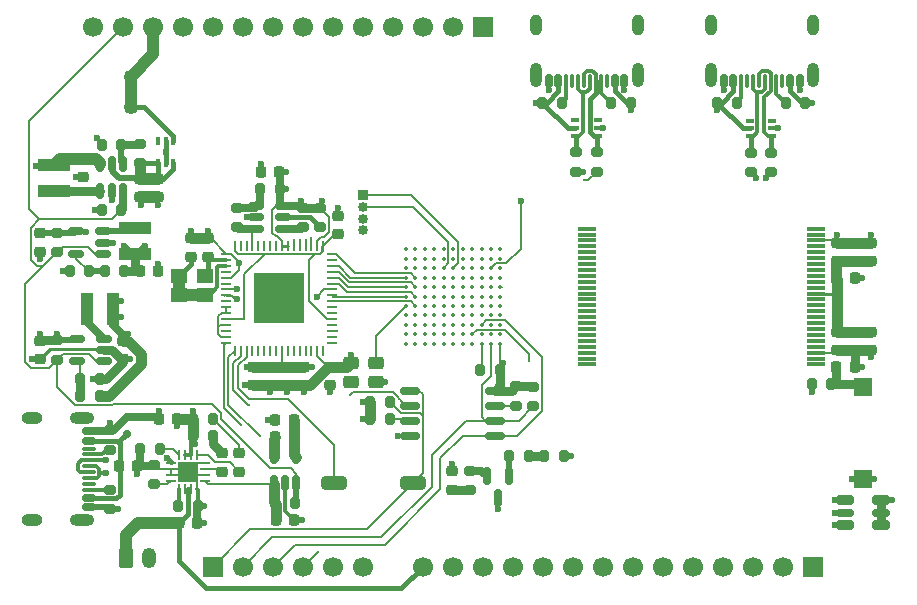
<source format=gbr>
%TF.GenerationSoftware,KiCad,Pcbnew,9.0.3*%
%TF.CreationDate,2025-10-26T12:54:33-04:00*%
%TF.ProjectId,SeedSBC_rev1_1,53656564-5342-4435-9f72-6576315f312e,rev?*%
%TF.SameCoordinates,Original*%
%TF.FileFunction,Copper,L1,Top*%
%TF.FilePolarity,Positive*%
%FSLAX46Y46*%
G04 Gerber Fmt 4.6, Leading zero omitted, Abs format (unit mm)*
G04 Created by KiCad (PCBNEW 9.0.3) date 2025-10-26 12:54:33*
%MOMM*%
%LPD*%
G01*
G04 APERTURE LIST*
G04 Aperture macros list*
%AMRoundRect*
0 Rectangle with rounded corners*
0 $1 Rounding radius*
0 $2 $3 $4 $5 $6 $7 $8 $9 X,Y pos of 4 corners*
0 Add a 4 corners polygon primitive as box body*
4,1,4,$2,$3,$4,$5,$6,$7,$8,$9,$2,$3,0*
0 Add four circle primitives for the rounded corners*
1,1,$1+$1,$2,$3*
1,1,$1+$1,$4,$5*
1,1,$1+$1,$6,$7*
1,1,$1+$1,$8,$9*
0 Add four rect primitives between the rounded corners*
20,1,$1+$1,$2,$3,$4,$5,0*
20,1,$1+$1,$4,$5,$6,$7,0*
20,1,$1+$1,$6,$7,$8,$9,0*
20,1,$1+$1,$8,$9,$2,$3,0*%
G04 Aperture macros list end*
%TA.AperFunction,SMDPad,CuDef*%
%ADD10RoundRect,0.200000X0.200000X0.275000X-0.200000X0.275000X-0.200000X-0.275000X0.200000X-0.275000X0*%
%TD*%
%TA.AperFunction,SMDPad,CuDef*%
%ADD11RoundRect,0.200000X0.275000X-0.200000X0.275000X0.200000X-0.275000X0.200000X-0.275000X-0.200000X0*%
%TD*%
%TA.AperFunction,SMDPad,CuDef*%
%ADD12RoundRect,0.225000X0.250000X-0.225000X0.250000X0.225000X-0.250000X0.225000X-0.250000X-0.225000X0*%
%TD*%
%TA.AperFunction,SMDPad,CuDef*%
%ADD13RoundRect,0.150000X-0.200000X0.150000X-0.200000X-0.150000X0.200000X-0.150000X0.200000X0.150000X0*%
%TD*%
%TA.AperFunction,SMDPad,CuDef*%
%ADD14RoundRect,0.150000X-0.150000X0.587500X-0.150000X-0.587500X0.150000X-0.587500X0.150000X0.587500X0*%
%TD*%
%TA.AperFunction,SMDPad,CuDef*%
%ADD15RoundRect,0.150000X-0.425000X0.150000X-0.425000X-0.150000X0.425000X-0.150000X0.425000X0.150000X0*%
%TD*%
%TA.AperFunction,SMDPad,CuDef*%
%ADD16RoundRect,0.075000X-0.500000X0.075000X-0.500000X-0.075000X0.500000X-0.075000X0.500000X0.075000X0*%
%TD*%
%TA.AperFunction,HeatsinkPad*%
%ADD17O,2.100000X1.000000*%
%TD*%
%TA.AperFunction,HeatsinkPad*%
%ADD18O,1.800000X1.000000*%
%TD*%
%TA.AperFunction,SMDPad,CuDef*%
%ADD19RoundRect,0.200000X-0.200000X-0.275000X0.200000X-0.275000X0.200000X0.275000X-0.200000X0.275000X0*%
%TD*%
%TA.AperFunction,SMDPad,CuDef*%
%ADD20R,1.000000X2.700000*%
%TD*%
%TA.AperFunction,SMDPad,CuDef*%
%ADD21R,2.700000X1.000000*%
%TD*%
%TA.AperFunction,SMDPad,CuDef*%
%ADD22RoundRect,0.160000X0.565000X0.240000X-0.565000X0.240000X-0.565000X-0.240000X0.565000X-0.240000X0*%
%TD*%
%TA.AperFunction,SMDPad,CuDef*%
%ADD23RoundRect,0.120000X0.605000X0.180000X-0.605000X0.180000X-0.605000X-0.180000X0.605000X-0.180000X0*%
%TD*%
%TA.AperFunction,SMDPad,CuDef*%
%ADD24RoundRect,0.225000X-0.250000X0.225000X-0.250000X-0.225000X0.250000X-0.225000X0.250000X0.225000X0*%
%TD*%
%TA.AperFunction,SMDPad,CuDef*%
%ADD25RoundRect,0.200000X-0.275000X0.200000X-0.275000X-0.200000X0.275000X-0.200000X0.275000X0.200000X0*%
%TD*%
%TA.AperFunction,ComponentPad*%
%ADD26RoundRect,0.250000X-0.350000X-0.625000X0.350000X-0.625000X0.350000X0.625000X-0.350000X0.625000X0*%
%TD*%
%TA.AperFunction,ComponentPad*%
%ADD27O,1.200000X1.750000*%
%TD*%
%TA.AperFunction,SMDPad,CuDef*%
%ADD28RoundRect,0.225000X0.225000X0.250000X-0.225000X0.250000X-0.225000X-0.250000X0.225000X-0.250000X0*%
%TD*%
%TA.AperFunction,SMDPad,CuDef*%
%ADD29RoundRect,0.250000X-0.830000X-0.310000X0.830000X-0.310000X0.830000X0.310000X-0.830000X0.310000X0*%
%TD*%
%TA.AperFunction,SMDPad,CuDef*%
%ADD30RoundRect,0.150000X0.512500X0.150000X-0.512500X0.150000X-0.512500X-0.150000X0.512500X-0.150000X0*%
%TD*%
%TA.AperFunction,SMDPad,CuDef*%
%ADD31RoundRect,0.218750X0.256250X-0.218750X0.256250X0.218750X-0.256250X0.218750X-0.256250X-0.218750X0*%
%TD*%
%TA.AperFunction,SMDPad,CuDef*%
%ADD32RoundRect,0.150000X0.150000X-0.512500X0.150000X0.512500X-0.150000X0.512500X-0.150000X-0.512500X0*%
%TD*%
%TA.AperFunction,SMDPad,CuDef*%
%ADD33RoundRect,0.100000X0.225000X0.100000X-0.225000X0.100000X-0.225000X-0.100000X0.225000X-0.100000X0*%
%TD*%
%TA.AperFunction,SMDPad,CuDef*%
%ADD34RoundRect,0.062500X-0.337500X-0.062500X0.337500X-0.062500X0.337500X0.062500X-0.337500X0.062500X0*%
%TD*%
%TA.AperFunction,SMDPad,CuDef*%
%ADD35RoundRect,0.062500X-0.062500X-0.337500X0.062500X-0.337500X0.062500X0.337500X-0.062500X0.337500X0*%
%TD*%
%TA.AperFunction,HeatsinkPad*%
%ADD36R,4.350000X4.350000*%
%TD*%
%TA.AperFunction,SMDPad,CuDef*%
%ADD37R,1.500000X1.500000*%
%TD*%
%TA.AperFunction,SMDPad,CuDef*%
%ADD38RoundRect,0.150000X-0.512500X-0.150000X0.512500X-0.150000X0.512500X0.150000X-0.512500X0.150000X0*%
%TD*%
%TA.AperFunction,BGAPad,CuDef*%
%ADD39C,0.350000*%
%TD*%
%TA.AperFunction,SMDPad,CuDef*%
%ADD40R,1.400000X1.200000*%
%TD*%
%TA.AperFunction,SMDPad,CuDef*%
%ADD41RoundRect,0.150000X0.150000X0.425000X-0.150000X0.425000X-0.150000X-0.425000X0.150000X-0.425000X0*%
%TD*%
%TA.AperFunction,SMDPad,CuDef*%
%ADD42RoundRect,0.075000X0.075000X0.500000X-0.075000X0.500000X-0.075000X-0.500000X0.075000X-0.500000X0*%
%TD*%
%TA.AperFunction,HeatsinkPad*%
%ADD43O,1.000000X2.100000*%
%TD*%
%TA.AperFunction,HeatsinkPad*%
%ADD44O,1.000000X1.800000*%
%TD*%
%TA.AperFunction,SMDPad,CuDef*%
%ADD45RoundRect,0.218750X-0.256250X0.218750X-0.256250X-0.218750X0.256250X-0.218750X0.256250X0.218750X0*%
%TD*%
%TA.AperFunction,ComponentPad*%
%ADD46R,1.700000X1.700000*%
%TD*%
%TA.AperFunction,ComponentPad*%
%ADD47C,1.700000*%
%TD*%
%TA.AperFunction,SMDPad,CuDef*%
%ADD48RoundRect,0.162500X-0.650000X-0.162500X0.650000X-0.162500X0.650000X0.162500X-0.650000X0.162500X0*%
%TD*%
%TA.AperFunction,SMDPad,CuDef*%
%ADD49RoundRect,0.225000X-0.225000X-0.250000X0.225000X-0.250000X0.225000X0.250000X-0.225000X0.250000X0*%
%TD*%
%TA.AperFunction,SMDPad,CuDef*%
%ADD50RoundRect,0.218750X-0.218750X-0.256250X0.218750X-0.256250X0.218750X0.256250X-0.218750X0.256250X0*%
%TD*%
%TA.AperFunction,SMDPad,CuDef*%
%ADD51RoundRect,0.250000X-0.400000X-0.300000X0.400000X-0.300000X0.400000X0.300000X-0.400000X0.300000X0*%
%TD*%
%TA.AperFunction,SMDPad,CuDef*%
%ADD52RoundRect,0.218750X0.218750X0.256250X-0.218750X0.256250X-0.218750X-0.256250X0.218750X-0.256250X0*%
%TD*%
%TA.AperFunction,SMDPad,CuDef*%
%ADD53RoundRect,0.100000X-0.100000X0.225000X-0.100000X-0.225000X0.100000X-0.225000X0.100000X0.225000X0*%
%TD*%
%TA.AperFunction,SMDPad,CuDef*%
%ADD54RoundRect,0.075000X-0.712500X-0.075000X0.712500X-0.075000X0.712500X0.075000X-0.712500X0.075000X0*%
%TD*%
%TA.AperFunction,SMDPad,CuDef*%
%ADD55RoundRect,0.062500X0.062500X-0.350000X0.062500X0.350000X-0.062500X0.350000X-0.062500X-0.350000X0*%
%TD*%
%TA.AperFunction,SMDPad,CuDef*%
%ADD56RoundRect,0.062500X0.350000X-0.062500X0.350000X0.062500X-0.350000X0.062500X-0.350000X-0.062500X0*%
%TD*%
%TA.AperFunction,HeatsinkPad*%
%ADD57C,0.500000*%
%TD*%
%TA.AperFunction,HeatsinkPad*%
%ADD58R,1.680000X1.680000*%
%TD*%
%TA.AperFunction,ComponentPad*%
%ADD59R,0.850000X0.850000*%
%TD*%
%TA.AperFunction,ComponentPad*%
%ADD60C,0.850000*%
%TD*%
%TA.AperFunction,ViaPad*%
%ADD61C,0.600000*%
%TD*%
%TA.AperFunction,ViaPad*%
%ADD62C,0.300000*%
%TD*%
%TA.AperFunction,ViaPad*%
%ADD63C,1.250000*%
%TD*%
%TA.AperFunction,Conductor*%
%ADD64C,0.508000*%
%TD*%
%TA.AperFunction,Conductor*%
%ADD65C,0.635000*%
%TD*%
%TA.AperFunction,Conductor*%
%ADD66C,0.200000*%
%TD*%
%TA.AperFunction,Conductor*%
%ADD67C,0.889000*%
%TD*%
%TA.AperFunction,Conductor*%
%ADD68C,0.254000*%
%TD*%
%TA.AperFunction,Conductor*%
%ADD69C,0.762000*%
%TD*%
%TA.AperFunction,Conductor*%
%ADD70C,0.330200*%
%TD*%
%TA.AperFunction,Conductor*%
%ADD71C,0.381000*%
%TD*%
%TA.AperFunction,Conductor*%
%ADD72C,0.300000*%
%TD*%
%TA.AperFunction,Conductor*%
%ADD73C,1.016000*%
%TD*%
%TA.AperFunction,Conductor*%
%ADD74C,0.150000*%
%TD*%
G04 APERTURE END LIST*
D10*
%TO.P,R26,1*%
%TO.N,Net-(J7-CC2)*%
X148900000Y-85200000D03*
%TO.P,R26,2*%
%TO.N,USB_VBUS2*%
X147250000Y-85200000D03*
%TD*%
D11*
%TO.P,R21,1*%
%TO.N,EN*%
X106154000Y-106944600D03*
%TO.P,R21,2*%
%TO.N,V_SYS*%
X106154000Y-105294600D03*
%TD*%
D10*
%TO.P,R23,1*%
%TO.N,Net-(J1-CC2)*%
X163700000Y-85200000D03*
%TO.P,R23,2*%
%TO.N,USB_VBUS2*%
X162050000Y-85200000D03*
%TD*%
D12*
%TO.P,C33,1*%
%TO.N,/FPGA + SRAM/SRAM/VCC*%
X173620000Y-98605000D03*
%TO.P,C33,2*%
%TO.N,GND*%
X173620000Y-97055000D03*
%TD*%
D13*
%TO.P,D1,1,K*%
%TO.N,USB_VBUS*%
X112070000Y-113210000D03*
%TO.P,D1,2,A*%
%TO.N,GND*%
X112070000Y-111810000D03*
%TD*%
D14*
%TO.P,Q2,1,G*%
%TO.N,Net-(Q2-G)*%
X144460000Y-116815000D03*
%TO.P,Q2,2,S*%
%TO.N,Net-(Q2-S)*%
X142560000Y-116815000D03*
%TO.P,Q2,3,D*%
%TO.N,P3V3*%
X143510000Y-118690000D03*
%TD*%
D11*
%TO.P,R18,1*%
%TO.N,Net-(U3-~{HOLD}{slash}~{RESET}{slash}IO_{3})*%
X145000000Y-110860000D03*
%TO.P,R18,2*%
%TO.N,P3V3*%
X145000000Y-109210000D03*
%TD*%
D15*
%TO.P,J6,A1,GND*%
%TO.N,GND*%
X108832500Y-113025000D03*
%TO.P,J6,A4,VBUS*%
%TO.N,USB_VBUS*%
X108832500Y-113825000D03*
D16*
%TO.P,J6,A5,CC1*%
%TO.N,Net-(J6-CC1)*%
X108832500Y-114975000D03*
%TO.P,J6,A6,D+*%
%TO.N,/USB/D1+*%
X108832500Y-115975000D03*
%TO.P,J6,A7,D-*%
%TO.N,/USB/D1-*%
X108832500Y-116475000D03*
%TO.P,J6,A8,SBU1*%
%TO.N,unconnected-(J6-SBU1-PadA8)*%
X108832500Y-117475000D03*
D15*
%TO.P,J6,A9,VBUS*%
%TO.N,USB_VBUS*%
X108832500Y-118625000D03*
%TO.P,J6,A12,GND*%
%TO.N,GND*%
X108832500Y-119425000D03*
%TO.P,J6,B1,GND*%
X108832500Y-119425000D03*
%TO.P,J6,B4,VBUS*%
%TO.N,USB_VBUS*%
X108832500Y-118625000D03*
D16*
%TO.P,J6,B5,CC2*%
%TO.N,Net-(J6-CC2)*%
X108832500Y-117975000D03*
%TO.P,J6,B6,D+*%
%TO.N,/USB/D1+*%
X108832500Y-116975000D03*
%TO.P,J6,B7,D-*%
%TO.N,/USB/D1-*%
X108832500Y-115475000D03*
%TO.P,J6,B8,SBU2*%
%TO.N,unconnected-(J6-SBU2-PadB8)*%
X108832500Y-114475000D03*
D15*
%TO.P,J6,B9,VBUS*%
%TO.N,USB_VBUS*%
X108832500Y-113825000D03*
%TO.P,J6,B12,GND*%
%TO.N,GND*%
X108832500Y-113025000D03*
D17*
%TO.P,J6,S1,SHIELD*%
%TO.N,Net-(J6-SHIELD)*%
X108257500Y-111905000D03*
D18*
X104077500Y-111905000D03*
D17*
X108257500Y-120545000D03*
D18*
X104077500Y-120545000D03*
%TD*%
D12*
%TO.P,C40,1*%
%TO.N,P3V3*%
X124170000Y-109100000D03*
%TO.P,C40,2*%
%TO.N,GND*%
X124170000Y-107550000D03*
%TD*%
D19*
%TO.P,R53,1*%
%TO.N,Net-(U9-TS)*%
X116400000Y-119300000D03*
%TO.P,R53,2*%
%TO.N,GND*%
X118050000Y-119300000D03*
%TD*%
D20*
%TO.P,L1,1,1*%
%TO.N,Net-(U11-SW)*%
X108686500Y-102679600D03*
%TO.P,L1,2,2*%
%TO.N,P3V3*%
X110886500Y-102679600D03*
%TD*%
D21*
%TO.P,L2,1,1*%
%TO.N,Net-(U1-SW)*%
X112725200Y-95801200D03*
%TO.P,L2,2,2*%
%TO.N,P1V2*%
X112725200Y-98001200D03*
%TD*%
D22*
%TO.P,D3,1,BA*%
%TO.N,P3V3*%
X175925000Y-120940000D03*
D23*
%TO.P,D3,2,RA*%
X175925000Y-119890000D03*
D22*
%TO.P,D3,3,GA*%
X175925000Y-118840000D03*
%TO.P,D3,4,GK*%
%TO.N,Net-(D3-GK)*%
X172875000Y-118840000D03*
D23*
%TO.P,D3,5,RK*%
%TO.N,Net-(D3-RK)*%
X172875000Y-119890000D03*
D22*
%TO.P,D3,6,BK*%
%TO.N,Net-(D3-BK)*%
X172875000Y-120940000D03*
%TD*%
D24*
%TO.P,C16,1*%
%TO.N,V_SYS*%
X108351600Y-89957400D03*
%TO.P,C16,2*%
%TO.N,GND*%
X108351600Y-91507400D03*
%TD*%
D25*
%TO.P,R35,1*%
%TO.N,/USB/D2+*%
X150110000Y-89385000D03*
%TO.P,R35,2*%
%TO.N,/FPGA + SRAM/USB2_DP*%
X150110000Y-91035000D03*
%TD*%
D12*
%TO.P,C55,1*%
%TO.N,/FPGA + SRAM/SRAM/VCC*%
X175090000Y-98605000D03*
%TO.P,C55,2*%
%TO.N,GND*%
X175090000Y-97055000D03*
%TD*%
D19*
%TO.P,R24,1*%
%TO.N,Net-(J1-CC1)*%
X167850000Y-85200000D03*
%TO.P,R24,2*%
%TO.N,USB_VBUS2*%
X169500000Y-85200000D03*
%TD*%
D26*
%TO.P,J3,1,Pin_1*%
%TO.N,V_BAT*%
X111960000Y-123740000D03*
D27*
%TO.P,J3,2,Pin_2*%
%TO.N,GND*%
X113960000Y-123740000D03*
%TD*%
D28*
%TO.P,C4,1*%
%TO.N,V_SYS*%
X116330000Y-111940000D03*
%TO.P,C4,2*%
%TO.N,GND*%
X114780000Y-111940000D03*
%TD*%
D11*
%TO.P,R10,1*%
%TO.N,Net-(J6-CC1)*%
X110640000Y-114555000D03*
%TO.P,R10,2*%
%TO.N,GND*%
X110640000Y-112905000D03*
%TD*%
D29*
%TO.P,JP2,1,A*%
%TO.N,/FPGA + SRAM/SPI_CNFG_CS_B*%
X129578600Y-117398800D03*
%TO.P,JP2,2,B*%
%TO.N,/FPGA + SRAM/FPGA/SPI_CNFG_CS*%
X136308600Y-117398800D03*
%TD*%
D11*
%TO.P,R16,1*%
%TO.N,/FPGA + SRAM/FPGA/SPI_CNFG_SCK*%
X146460000Y-110870000D03*
%TO.P,R16,2*%
%TO.N,P3V3*%
X146460000Y-109220000D03*
%TD*%
D30*
%TO.P,U11,1,EN*%
%TO.N,EN*%
X110094000Y-107074600D03*
%TO.P,U11,2,GND*%
%TO.N,GND*%
X110094000Y-106124600D03*
%TO.P,U11,3,SW*%
%TO.N,Net-(U11-SW)*%
X110094000Y-105174600D03*
%TO.P,U11,4,VIN*%
%TO.N,V_SYS*%
X107819000Y-105174600D03*
%TO.P,U11,5,FB*%
%TO.N,Net-(U11-FB)*%
X107819000Y-107074600D03*
%TD*%
D31*
%TO.P,D6,1,K*%
%TO.N,Net-(D6-K)*%
X121570000Y-116435000D03*
%TO.P,D6,2,A*%
%TO.N,Net-(D6-A)*%
X121570000Y-114860000D03*
%TD*%
D30*
%TO.P,U1,1,EN*%
%TO.N,EN*%
X110063200Y-97993200D03*
%TO.P,U1,2,GND*%
%TO.N,GND*%
X110063200Y-97043200D03*
%TO.P,U1,3,SW*%
%TO.N,Net-(U1-SW)*%
X110063200Y-96093200D03*
%TO.P,U1,4,VIN*%
%TO.N,V_SYS*%
X107788200Y-96093200D03*
%TO.P,U1,5,FB*%
%TO.N,Net-(U1-FB)*%
X107788200Y-97993200D03*
%TD*%
D32*
%TO.P,U4,1,SW*%
%TO.N,Net-(U4-SW)*%
X109831600Y-92647400D03*
%TO.P,U4,2,GND*%
%TO.N,GND*%
X110781600Y-92647400D03*
%TO.P,U4,3,EN*%
%TO.N,EN*%
X111731600Y-92647400D03*
%TO.P,U4,4,V_{FB}*%
%TO.N,Net-(U4-V_{FB})*%
X111731600Y-90372400D03*
%TO.P,U4,5,V_{OUT}*%
%TO.N,P5V*%
X110781600Y-90372400D03*
%TO.P,U4,6,V_{IN}*%
%TO.N,V_SYS*%
X109831600Y-90372400D03*
%TD*%
D19*
%TO.P,R13,1*%
%TO.N,GND*%
X107223200Y-99473200D03*
%TO.P,R13,2*%
%TO.N,Net-(U1-FB)*%
X108873200Y-99473200D03*
%TD*%
D32*
%TO.P,U10,1,VI*%
%TO.N,V_SYS*%
X124490000Y-117420000D03*
%TO.P,U10,2,GND*%
%TO.N,GND*%
X125440000Y-117420000D03*
%TO.P,U10,3,EN*%
%TO.N,EN*%
X126390000Y-117420000D03*
%TO.P,U10,4,FB*%
%TO.N,P2V5*%
X126390000Y-115145000D03*
%TO.P,U10,5,SW*%
%TO.N,Net-(U10-SW)*%
X124490000Y-115145000D03*
%TD*%
D24*
%TO.P,C41,1*%
%TO.N,/FPGA + SRAM/SRAM/VCC*%
X173620000Y-104580000D03*
%TO.P,C41,2*%
%TO.N,GND*%
X173620000Y-106130000D03*
%TD*%
D10*
%TO.P,R9,1*%
%TO.N,GND*%
X109764000Y-108559600D03*
%TO.P,R9,2*%
%TO.N,Net-(U11-FB)*%
X108114000Y-108559600D03*
%TD*%
D19*
%TO.P,R48,1*%
%TO.N,Net-(U7-DO)*%
X123350000Y-92479600D03*
%TO.P,R48,2*%
%TO.N,P3V3*%
X125000000Y-92479600D03*
%TD*%
D33*
%TO.P,U14,1*%
%TO.N,/USB/D3-*%
X166710000Y-88009200D03*
%TO.P,U14,2*%
%TO.N,GND*%
X166710000Y-87359200D03*
%TO.P,U14,3*%
%TO.N,unconnected-(U14-Pad3)*%
X166710000Y-86709200D03*
%TO.P,U14,4*%
%TO.N,unconnected-(U14-Pad4)*%
X164810000Y-86709200D03*
%TO.P,U14,5*%
%TO.N,USB_VBUS2*%
X164810000Y-87359200D03*
%TO.P,U14,6*%
%TO.N,/USB/D3+*%
X164810000Y-88009200D03*
%TD*%
D34*
%TO.P,U8,1,GND*%
%TO.N,GND*%
X120500000Y-98000000D03*
%TO.P,U8,2,OSCI*%
%TO.N,Net-(U8-OSCI)*%
X120500000Y-98500000D03*
%TO.P,U8,3,OSCO*%
%TO.N,Net-(U8-OSCO)*%
X120500000Y-99000000D03*
%TO.P,U8,4,VPHY*%
%TO.N,Net-(U8-VPHY)*%
X120500000Y-99500000D03*
%TO.P,U8,5,GND*%
%TO.N,GND*%
X120500000Y-100000000D03*
%TO.P,U8,6,REF*%
%TO.N,Net-(U8-REF)*%
X120500000Y-100500000D03*
%TO.P,U8,7,DM*%
%TO.N,/USB/D1-*%
X120500000Y-101000000D03*
%TO.P,U8,8,DP*%
%TO.N,/USB/D1+*%
X120500000Y-101500000D03*
%TO.P,U8,9,VPLL*%
%TO.N,Net-(U8-VPLL)*%
X120500000Y-102000000D03*
%TO.P,U8,10,AGND*%
%TO.N,GND*%
X120500000Y-102500000D03*
%TO.P,U8,11,GND*%
X120500000Y-103000000D03*
%TO.P,U8,12,VCORE*%
%TO.N,/USB/1.8V*%
X120500000Y-103500000D03*
%TO.P,U8,13,TEST*%
%TO.N,GND*%
X120500000Y-104000000D03*
%TO.P,U8,14,~{RESET}*%
%TO.N,Net-(U8-~{RESET})*%
X120500000Y-104500000D03*
%TO.P,U8,15,GND*%
%TO.N,GND*%
X120500000Y-105000000D03*
%TO.P,U8,16,ADBUS0*%
%TO.N,/FPGA + SRAM/FPGA/SPI_CNFG_SCK*%
X120500000Y-105500000D03*
D35*
%TO.P,U8,17,ADBUS1*%
%TO.N,/FPGA + SRAM/FPGA/SPI_CNFG_DI*%
X121200000Y-106200000D03*
%TO.P,U8,18,ADBUS2*%
%TO.N,/FPGA + SRAM/FPGA/SPI_CNFG_DO*%
X121700000Y-106200000D03*
%TO.P,U8,19,ADBUS3*%
%TO.N,/FPGA + SRAM/SPI_CNFG_CS_B*%
X122200000Y-106200000D03*
%TO.P,U8,20,VCCIO*%
%TO.N,P3V3*%
X122700000Y-106200000D03*
%TO.P,U8,21,ADBUS4*%
%TO.N,unconnected-(U8-ADBUS4-Pad21)*%
X123200000Y-106200000D03*
%TO.P,U8,22,ADBUS5*%
%TO.N,unconnected-(U8-ADBUS5-Pad22)*%
X123700000Y-106200000D03*
%TO.P,U8,23,ADBUS6*%
%TO.N,unconnected-(U8-ADBUS6-Pad23)*%
X124200000Y-106200000D03*
%TO.P,U8,24,ADBUS7*%
%TO.N,unconnected-(U8-ADBUS7-Pad24)*%
X124700000Y-106200000D03*
%TO.P,U8,25,GND*%
%TO.N,GND*%
X125200000Y-106200000D03*
%TO.P,U8,26,ACBUS0*%
%TO.N,unconnected-(U8-ACBUS0-Pad26)*%
X125700000Y-106200000D03*
%TO.P,U8,27,ACBUS1*%
%TO.N,unconnected-(U8-ACBUS1-Pad27)*%
X126200000Y-106200000D03*
%TO.P,U8,28,ACBUS2*%
%TO.N,unconnected-(U8-ACBUS2-Pad28)*%
X126700000Y-106200000D03*
%TO.P,U8,29,ACBUS3*%
%TO.N,unconnected-(U8-ACBUS3-Pad29)*%
X127200000Y-106200000D03*
%TO.P,U8,30,ACBUS4*%
%TO.N,unconnected-(U8-ACBUS4-Pad30)*%
X127700000Y-106200000D03*
%TO.P,U8,31,VCCIO*%
%TO.N,P3V3*%
X128200000Y-106200000D03*
%TO.P,U8,32,ACBUS5*%
%TO.N,unconnected-(U8-ACBUS5-Pad32)*%
X128700000Y-106200000D03*
D34*
%TO.P,U8,33,ACBUS6*%
%TO.N,unconnected-(U8-ACBUS6-Pad33)*%
X129400000Y-105500000D03*
%TO.P,U8,34,ACBUS7*%
%TO.N,unconnected-(U8-ACBUS7-Pad34)*%
X129400000Y-105000000D03*
%TO.P,U8,35,GND*%
%TO.N,GND*%
X129400000Y-104500000D03*
%TO.P,U8,36,~{SUSPEND}*%
%TO.N,unconnected-(U8-~{SUSPEND}-Pad36)*%
X129400000Y-104000000D03*
%TO.P,U8,37,VCORE*%
%TO.N,/USB/1.8V*%
X129400000Y-103500000D03*
%TO.P,U8,38,BDBUS0*%
%TO.N,/FPGA + SRAM/FIFO0*%
X129400000Y-103000000D03*
%TO.P,U8,39,BDBUS1*%
%TO.N,/FPGA + SRAM/FIFO1*%
X129400000Y-102500000D03*
%TO.P,U8,40,BDBUS2*%
%TO.N,/FPGA + SRAM/FIFO2*%
X129400000Y-102000000D03*
%TO.P,U8,41,BDBUS3*%
%TO.N,/FPGA + SRAM/FIFO3*%
X129400000Y-101500000D03*
%TO.P,U8,42,VCCIO*%
%TO.N,P3V3*%
X129400000Y-101000000D03*
%TO.P,U8,43,BDBUS4*%
%TO.N,/FPGA + SRAM/FIFO4*%
X129400000Y-100500000D03*
%TO.P,U8,44,BDBUS5*%
%TO.N,/FPGA + SRAM/FIFO5*%
X129400000Y-100000000D03*
%TO.P,U8,45,BDBUS6*%
%TO.N,/FPGA + SRAM/FIFO6*%
X129400000Y-99500000D03*
%TO.P,U8,46,BDBUS7*%
%TO.N,/FPGA + SRAM/FIFO7*%
X129400000Y-99000000D03*
%TO.P,U8,47,GND*%
%TO.N,GND*%
X129400000Y-98500000D03*
%TO.P,U8,48,BCBUS0*%
%TO.N,/FPGA + SRAM/FIFO_RXF_B*%
X129400000Y-98000000D03*
D35*
%TO.P,U8,49,VREGOUT*%
%TO.N,/USB/1.8V*%
X128700000Y-97300000D03*
%TO.P,U8,50,VREGIN*%
%TO.N,P3V3*%
X128200000Y-97300000D03*
%TO.P,U8,51,GND*%
%TO.N,GND*%
X127700000Y-97300000D03*
%TO.P,U8,52,BCBUS1*%
%TO.N,/FPGA + SRAM/FIFO_TXE_B*%
X127200000Y-97300000D03*
%TO.P,U8,53,BCBUS2*%
%TO.N,/FPGA + SRAM/FIFO_RD_B*%
X126700000Y-97300000D03*
%TO.P,U8,54,BCBUS3*%
%TO.N,/FPGA + SRAM/FIFO_WR_B*%
X126200000Y-97300000D03*
%TO.P,U8,55,BCBUS4*%
%TO.N,P3V3*%
X125700000Y-97300000D03*
%TO.P,U8,56,VCCIO*%
X125200000Y-97300000D03*
%TO.P,U8,57,BCBUS5*%
%TO.N,unconnected-(U8-BCBUS5-Pad57)*%
X124700000Y-97300000D03*
%TO.P,U8,58,BCBUS6*%
%TO.N,unconnected-(U8-BCBUS6-Pad58)*%
X124200000Y-97300000D03*
%TO.P,U8,59,BCBUS7*%
%TO.N,unconnected-(U8-BCBUS7-Pad59)*%
X123700000Y-97300000D03*
%TO.P,U8,60,~{PWREN}*%
%TO.N,unconnected-(U8-~{PWREN}-Pad60)*%
X123200000Y-97300000D03*
%TO.P,U8,61,EEDATA*%
%TO.N,Net-(U7-DI)*%
X122700000Y-97300000D03*
%TO.P,U8,62,EECLK*%
%TO.N,Net-(U7-CLK)*%
X122200000Y-97300000D03*
%TO.P,U8,63,EECS*%
%TO.N,Net-(U7-CS)*%
X121700000Y-97300000D03*
%TO.P,U8,64,VCORE*%
%TO.N,/USB/1.8V*%
X121200000Y-97300000D03*
D36*
%TO.P,U8,65,GND*%
%TO.N,GND*%
X124950000Y-101750000D03*
%TD*%
D12*
%TO.P,C42,1*%
%TO.N,P3V3*%
X125630000Y-109100000D03*
%TO.P,C42,2*%
%TO.N,GND*%
X125630000Y-107550000D03*
%TD*%
D11*
%TO.P,R5,1*%
%TO.N,Net-(U9-ISET)*%
X114377500Y-117515000D03*
%TO.P,R5,2*%
%TO.N,GND*%
X114377500Y-115865000D03*
%TD*%
D24*
%TO.P,C15,1*%
%TO.N,/FPGA + SRAM/SRAM/VCC*%
X175080000Y-104580000D03*
%TO.P,C15,2*%
%TO.N,GND*%
X175080000Y-106130000D03*
%TD*%
D37*
%TO.P,SW1,1,1*%
%TO.N,GND*%
X174390000Y-117090000D03*
%TO.P,SW1,2,2*%
%TO.N,/FPGA + SRAM/USR_BTN1*%
X174390000Y-109290000D03*
%TD*%
D11*
%TO.P,R50,1*%
%TO.N,Net-(U7-CS)*%
X128430000Y-95739600D03*
%TO.P,R50,2*%
%TO.N,P3V3*%
X128430000Y-94089600D03*
%TD*%
%TO.P,R49,1*%
%TO.N,Net-(U7-CLK)*%
X126970000Y-95734600D03*
%TO.P,R49,2*%
%TO.N,P3V3*%
X126970000Y-94084600D03*
%TD*%
D10*
%TO.P,R17,1*%
%TO.N,Net-(U3-~{WP}{slash}IO_{2})*%
X134310000Y-112000000D03*
%TO.P,R17,2*%
%TO.N,P3V3*%
X132660000Y-112000000D03*
%TD*%
D12*
%TO.P,C37,1*%
%TO.N,Net-(U8-OSCO)*%
X117468800Y-98230000D03*
%TO.P,C37,2*%
%TO.N,GND*%
X117468800Y-96680000D03*
%TD*%
D19*
%TO.P,R27,1*%
%TO.N,Net-(J7-CC1)*%
X153080000Y-85200000D03*
%TO.P,R27,2*%
%TO.N,USB_VBUS2*%
X154730000Y-85200000D03*
%TD*%
D10*
%TO.P,R4,1*%
%TO.N,Net-(U9-ILIM)*%
X114832500Y-114485000D03*
%TO.P,R4,2*%
%TO.N,GND*%
X113182500Y-114485000D03*
%TD*%
D38*
%TO.P,U7,1,DO*%
%TO.N,Net-(U7-DO)*%
X123042500Y-93959600D03*
%TO.P,U7,2,GND*%
%TO.N,GND*%
X123042500Y-94909600D03*
%TO.P,U7,3,DI*%
%TO.N,Net-(U7-DI)*%
X123042500Y-95859600D03*
%TO.P,U7,4,CLK*%
%TO.N,Net-(U7-CLK)*%
X125317500Y-95859600D03*
%TO.P,U7,5,CS*%
%TO.N,Net-(U7-CS)*%
X125317500Y-94909600D03*
%TO.P,U7,6,VCC*%
%TO.N,P3V3*%
X125317500Y-93959600D03*
%TD*%
D39*
%TO.P,U2,A1,IOT_225*%
%TO.N,/FPGA + SRAM/IO_T9*%
X135700000Y-97600000D03*
%TO.P,U2,A2,IOT_222*%
%TO.N,/FPGA + SRAM/IO_T7*%
X136500000Y-97600000D03*
%TO.P,U2,A3,IOT_223*%
%TO.N,/FPGA + SRAM/IO_T5*%
X137300000Y-97600000D03*
%TO.P,U2,A4,IOT_211*%
%TO.N,/FPGA + SRAM/IO_T3*%
X138100000Y-97600000D03*
%TO.P,U2,A5,IOT_207*%
%TO.N,/FPGA + SRAM/FPGA/A16*%
X138900000Y-97600000D03*
%TO.P,U2,A6,IOT_206*%
%TO.N,/FPGA + SRAM/FPGA/DQ15*%
X139700000Y-97600000D03*
%TO.P,U2,A7,IOT_192*%
%TO.N,/FPGA + SRAM/FPGA/DQ7*%
X140500000Y-97600000D03*
%TO.P,U2,A8,IOT_190*%
%TO.N,/FPGA + SRAM/FPGA/A15*%
X141300000Y-97600000D03*
%TO.P,U2,A9,IOT_178*%
%TO.N,/FPGA + SRAM/FPGA/A14*%
X142100000Y-97600000D03*
%TO.P,U2,A10,IOT_170*%
%TO.N,/FPGA + SRAM/FPGA/A13*%
X142900000Y-97600000D03*
%TO.P,U2,A11,IOT_168*%
%TO.N,/FPGA + SRAM/FPGA/A12*%
X143700000Y-97600000D03*
%TO.P,U2,B1,IOL_2A*%
%TO.N,/FPGA + SRAM/USB2_DN*%
X135700000Y-98400000D03*
%TO.P,U2,B2,IOL_2B*%
%TO.N,/FPGA + SRAM/USB2_DP*%
X136500000Y-98400000D03*
%TO.P,U2,B3,IOT_221*%
%TO.N,/FPGA + SRAM/IO_T6*%
X137300000Y-98400000D03*
%TO.P,U2,B4,IOT_219*%
%TO.N,/FPGA + SRAM/IO_T4*%
X138100000Y-98400000D03*
%TO.P,U2,B5,IOT_208*%
%TO.N,/FPGA + SRAM/IO_T2*%
X138900000Y-98400000D03*
%TO.P,U2,B6,IOT_198_GBIN0*%
%TO.N,/FPGA + SRAM/IO_T1*%
X139700000Y-98400000D03*
%TO.P,U2,B7,IOT_197_GBIN1*%
%TO.N,/FPGA + SRAM/FPGA/DQ14*%
X140500000Y-98400000D03*
%TO.P,U2,B8,IOT_177*%
%TO.N,/FPGA + SRAM/FPGA/DQ6*%
X141300000Y-98400000D03*
%TO.P,U2,B9,IOT_174*%
%TO.N,/FPGA + SRAM/FPGA/A11*%
X142100000Y-98400000D03*
%TO.P,U2,B10,VPP_FAST*%
%TO.N,/FPGA + SRAM/FPGA/F*%
X142900000Y-98400000D03*
%TO.P,U2,B11,IOR_161*%
%TO.N,/FPGA + SRAM/FPGA/A10*%
X143700000Y-98400000D03*
%TO.P,U2,C1,IOL_5B*%
%TO.N,/FPGA + SRAM/IO_T10*%
X135700000Y-99200000D03*
%TO.P,U2,C2,IOL_5A*%
%TO.N,/FPGA + SRAM/IO_T8*%
X136500000Y-99200000D03*
%TO.P,U2,C3,IOL_4B*%
%TO.N,/FPGA + SRAM/USB3_DP*%
X137300000Y-99200000D03*
%TO.P,U2,C4,IOL_4A*%
%TO.N,/FPGA + SRAM/USB3_DN*%
X138100000Y-99200000D03*
%TO.P,U2,C5,GNDPLL1*%
%TO.N,EXT_PLL2N*%
X138900000Y-99200000D03*
%TO.P,U2,C6,VCCPLL1*%
%TO.N,EXT_PLL2P*%
X139700000Y-99200000D03*
%TO.P,U2,C7,IOT_191*%
%TO.N,/FPGA + SRAM/FPGA/DQ13*%
X140500000Y-99200000D03*
%TO.P,U2,C8,IOT_179*%
%TO.N,/FPGA + SRAM/FPGA/DQ5*%
X141300000Y-99200000D03*
%TO.P,U2,C9,IOT_172*%
%TO.N,/FPGA + SRAM/FPGA/A9*%
X142100000Y-99200000D03*
%TO.P,U2,C10,VPP_2V5*%
%TO.N,P2V5*%
X142900000Y-99200000D03*
%TO.P,U2,C11,IOR_160*%
%TO.N,/FPGA + SRAM/FPGA/A8*%
X143700000Y-99200000D03*
%TO.P,U2,D1,IOL_8B*%
%TO.N,/FPGA + SRAM/FIFO7*%
X135700000Y-100000000D03*
%TO.P,U2,D2,IOL_9A*%
%TO.N,/FPGA + SRAM/FIFO_RXF_B*%
X136500000Y-100000000D03*
%TO.P,U2,D3,IOL_9B*%
%TO.N,/FPGA + SRAM/SD_DAT0*%
X137300000Y-100000000D03*
%TO.P,U2,D4,VCC*%
%TO.N,P1V2*%
X138100000Y-100000000D03*
%TO.P,U2,D5,IOT_212*%
%TO.N,/FPGA + SRAM/SD_DAT1*%
X138900000Y-100000000D03*
%TO.P,U2,D6,VCCIO_0*%
%TO.N,P3V3*%
X139700000Y-100000000D03*
%TO.P,U2,D7,IOT_181*%
%TO.N,/FPGA + SRAM/FPGA/DQ12*%
X140500000Y-100000000D03*
%TO.P,U2,D8,VCC*%
%TO.N,P1V2*%
X141300000Y-100000000D03*
%TO.P,U2,D9,IOR_147*%
%TO.N,/FPGA + SRAM/FPGA/DQ4*%
X142100000Y-100000000D03*
%TO.P,U2,D10,IOR_154*%
%TO.N,/FPGA + SRAM/FPGA/A19*%
X142900000Y-100000000D03*
%TO.P,U2,D11,IOR_152*%
%TO.N,/FPGA + SRAM/FPGA/SRAM_WE_B*%
X143700000Y-100000000D03*
%TO.P,U2,E1,IOL_8A*%
%TO.N,/FPGA + SRAM/FIFO5*%
X135700000Y-100800000D03*
%TO.P,U2,E2,IOL_10A*%
%TO.N,/FPGA + SRAM/FIFO6*%
X136500000Y-100800000D03*
%TO.P,U2,E3,IOL_10B*%
%TO.N,/FPGA + SRAM/SD_CLK*%
X137300000Y-100800000D03*
%TO.P,U2,E4,VCCIO_3*%
%TO.N,P3V3*%
X138100000Y-100800000D03*
%TO.P,U2,E5,GND*%
%TO.N,GND*%
X138900000Y-100800000D03*
%TO.P,U2,E6,GND*%
X139700000Y-100800000D03*
%TO.P,U2,E7,GND*%
X140500000Y-100800000D03*
%TO.P,U2,E8,IOR_146*%
%TO.N,/FPGA + SRAM/FPGA/DQ3*%
X141300000Y-100800000D03*
%TO.P,U2,E9,IOR_144*%
%TO.N,/FPGA + SRAM/FPGA/DQ11*%
X142100000Y-100800000D03*
%TO.P,U2,E10,IOR_141_GBIN2*%
%TO.N,/FPGA + SRAM/FPGA/SRAM_UB_B*%
X142900000Y-100800000D03*
%TO.P,U2,E11,IOR_148*%
%TO.N,/FPGA + SRAM/FPGA/SRAM_CE2*%
X143700000Y-100800000D03*
%TO.P,U2,F1,IOL_12A*%
%TO.N,/FPGA + SRAM/FIFO3*%
X135700000Y-101600000D03*
%TO.P,U2,F2,IOL_12B*%
%TO.N,/FPGA + SRAM/FIFO4*%
X136500000Y-101600000D03*
%TO.P,U2,F3,IOL_13B_GBIN7*%
%TO.N,/FPGA + SRAM/SD_DAT3*%
X137300000Y-101600000D03*
%TO.P,U2,F4,IOL_13A*%
%TO.N,/SD MMC/SD_CMD*%
X138100000Y-101600000D03*
%TO.P,U2,F5,GND*%
%TO.N,GND*%
X138900000Y-101600000D03*
%TO.P,U2,F6,GND*%
X139700000Y-101600000D03*
%TO.P,U2,F7,GND*%
X140500000Y-101600000D03*
%TO.P,U2,F8,VCCIO_1*%
%TO.N,P3V3*%
X141300000Y-101600000D03*
%TO.P,U2,F9,IOR_137*%
%TO.N,/FPGA + SRAM/FPGA/DQ10*%
X142100000Y-101600000D03*
%TO.P,U2,F10,IOR_136*%
%TO.N,/FPGA + SRAM/FPGA/A18*%
X142900000Y-101600000D03*
%TO.P,U2,F11,IOR_140_GBIN3*%
%TO.N,/FPGA + SRAM/FPGA/SRAM_LB_B*%
X143700000Y-101600000D03*
%TO.P,U2,G1,IOL_14A_GBIN6*%
%TO.N,CLK*%
X135700000Y-102400000D03*
%TO.P,U2,G2,IOL_14B*%
%TO.N,/FPGA + SRAM/FIFO2*%
X136500000Y-102400000D03*
%TO.P,U2,G3,IOL_17A*%
%TO.N,/FPGA + SRAM/SD_DAT2*%
X137300000Y-102400000D03*
%TO.P,U2,G4,VCCIO_3*%
%TO.N,P3V3*%
X138100000Y-102400000D03*
%TO.P,U2,G5,GND*%
%TO.N,GND*%
X138900000Y-102400000D03*
%TO.P,U2,G6,GND*%
X139700000Y-102400000D03*
%TO.P,U2,G7,GND*%
X140500000Y-102400000D03*
%TO.P,U2,G8,IOR_118*%
%TO.N,/FPGA + SRAM/FPGA/DQ9*%
X141300000Y-102400000D03*
%TO.P,U2,G9,IOR_128*%
%TO.N,/FPGA + SRAM/FPGA/DQ2*%
X142100000Y-102400000D03*
%TO.P,U2,G10,IOR_120*%
%TO.N,/FPGA + SRAM/FPGA/A7*%
X142900000Y-102400000D03*
%TO.P,U2,G11,IOR_129*%
%TO.N,/FPGA + SRAM/FPGA/A17*%
X143700000Y-102400000D03*
%TO.P,U2,H1,IOL_18A*%
%TO.N,/FPGA + SRAM/FIFO0*%
X135700000Y-103200000D03*
%TO.P,U2,H2,IOL_18B*%
%TO.N,/FPGA + SRAM/FIFO1*%
X136500000Y-103200000D03*
%TO.P,U2,H3,IOL_17B*%
%TO.N,/FPGA + SRAM/FIFO_TXE_B*%
X137300000Y-103200000D03*
%TO.P,U2,H4,VCC*%
%TO.N,P1V2*%
X138100000Y-103200000D03*
%TO.P,U2,H5,GND*%
%TO.N,GND*%
X138900000Y-103200000D03*
%TO.P,U2,H6,VCCIO_2*%
%TO.N,P3V3*%
X139700000Y-103200000D03*
%TO.P,U2,H7,IOB_87*%
%TO.N,/FPGA + SRAM/FPGA/DQ8*%
X140500000Y-103200000D03*
%TO.P,U2,H8,VCC*%
%TO.N,P1V2*%
X141300000Y-103200000D03*
%TO.P,U2,H9,IOB_104_CBSEL1*%
%TO.N,/FPGA + SRAM/FPGA/DQ1*%
X142100000Y-103200000D03*
%TO.P,U2,H10,IOR_116*%
%TO.N,/FPGA + SRAM/FPGA/A5*%
X142900000Y-103200000D03*
%TO.P,U2,H11,IOR_119*%
%TO.N,/FPGA + SRAM/FPGA/A6*%
X143700000Y-103200000D03*
%TO.P,U2,J1,IOL_23A*%
%TO.N,/FPGA + SRAM/FIFO_WR_B*%
X135700000Y-104000000D03*
%TO.P,U2,J2,IOL_25B*%
%TO.N,/FPGA + SRAM/LED_R*%
X136500000Y-104000000D03*
%TO.P,U2,J3,IOB_57*%
%TO.N,/FPGA + SRAM/LED_G*%
X137300000Y-104000000D03*
%TO.P,U2,J4,IOB_64*%
%TO.N,/FPGA + SRAM/USR_BTN1*%
X138100000Y-104000000D03*
%TO.P,U2,J5,IOB_78*%
%TO.N,/FPGA + SRAM/FIFO_RD_B*%
X138900000Y-104000000D03*
%TO.P,U2,J6,VCCPLL0*%
%TO.N,EXT_PLL1P*%
X139700000Y-104000000D03*
%TO.P,U2,J7,IOB_86*%
%TO.N,/FPGA + SRAM/FPGA/SRAM_OE_B*%
X140500000Y-104000000D03*
%TO.P,U2,J8,IOB_91*%
%TO.N,/FPGA + SRAM/FPGA/DQ0*%
X141300000Y-104000000D03*
%TO.P,U2,J9,IOB_106_SDI*%
%TO.N,/FPGA + SRAM/FPGA/SPI_CNFG_DI*%
X142100000Y-104000000D03*
%TO.P,U2,J10,IOR_117*%
%TO.N,/FPGA + SRAM/FPGA/A3*%
X142900000Y-104000000D03*
%TO.P,U2,J11,IOR_114*%
%TO.N,/FPGA + SRAM/FPGA/A4*%
X143700000Y-104000000D03*
%TO.P,U2,K1,IOL_23B*%
%TO.N,/FPGA + SRAM/LED_B*%
X135700000Y-104800000D03*
%TO.P,U2,K2,IOL_25A*%
%TO.N,/FPGA + SRAM/IO_B8*%
X136500000Y-104800000D03*
%TO.P,U2,K3,IOB_63*%
%TO.N,/FPGA + SRAM/IO_B6*%
X137300000Y-104800000D03*
%TO.P,U2,K4,IOB_73*%
%TO.N,/FPGA + SRAM/IO_B4*%
X138100000Y-104800000D03*
%TO.P,U2,K5,IOB_79*%
%TO.N,/FPGA + SRAM/IO_B2*%
X138900000Y-104800000D03*
%TO.P,U2,K6,IOB_82_GBIN4*%
%TO.N,/FPGA + SRAM/IO_B1*%
X139700000Y-104800000D03*
%TO.P,U2,K7,IOB_89*%
%TO.N,/FPGA + SRAM/FPGA/SRAM_CE_B*%
X140500000Y-104800000D03*
%TO.P,U2,K8,CDONE*%
%TO.N,/FPGA + SRAM/CDONE*%
X141300000Y-104800000D03*
%TO.P,U2,K9,IOB_105_SDO*%
%TO.N,/FPGA + SRAM/FPGA/SPI_CNFG_DO*%
X142100000Y-104800000D03*
%TO.P,U2,K10,IOB_108_SS*%
%TO.N,/FPGA + SRAM/FPGA/SPI_CNFG_CS*%
X142900000Y-104800000D03*
%TO.P,U2,K11,IOR_115*%
%TO.N,/FPGA + SRAM/FPGA/A2*%
X143700000Y-104800000D03*
%TO.P,U2,L1,IOB_56*%
%TO.N,/FPGA + SRAM/IO_B10*%
X135700000Y-105600000D03*
%TO.P,U2,L2,IOB_61*%
%TO.N,/FPGA + SRAM/IO_B9*%
X136500000Y-105600000D03*
%TO.P,U2,L3,IOB_71*%
%TO.N,/FPGA + SRAM/IO_B7*%
X137300000Y-105600000D03*
%TO.P,U2,L4,IOB_72*%
%TO.N,/FPGA + SRAM/IO_B5*%
X138100000Y-105600000D03*
%TO.P,U2,L5,IOB_81_GBIN5*%
%TO.N,/FPGA + SRAM/IO_B3*%
X138900000Y-105600000D03*
%TO.P,U2,L6,GNDPLL0*%
%TO.N,EXT_PLL1N*%
X139700000Y-105600000D03*
%TO.P,U2,L7,IOB_94*%
%TO.N,/FPGA + SRAM/FPGA/A0*%
X140500000Y-105600000D03*
%TO.P,U2,L8,IOB_103_CBSEL0*%
%TO.N,/FPGA + SRAM/FPGA/A1*%
X141300000Y-105600000D03*
%TO.P,U2,L9,~{CRESET}*%
%TO.N,/FPGA + SRAM/FPGA/CRESET_B*%
X142100000Y-105600000D03*
%TO.P,U2,L10,IOB_107_SCK*%
%TO.N,/FPGA + SRAM/FPGA/SPI_CNFG_SCK*%
X142900000Y-105600000D03*
%TO.P,U2,L11,VCC_SPI*%
%TO.N,P3V3*%
X143700000Y-105600000D03*
%TD*%
D40*
%TO.P,Y1,1,1*%
%TO.N,Net-(U8-OSCI)*%
X118668800Y-99830000D03*
%TO.P,Y1,2,2*%
%TO.N,Net-(U8-OSCO)*%
X118668800Y-101430000D03*
X116468800Y-101430000D03*
X116468800Y-99830000D03*
%TD*%
D41*
%TO.P,J1,A1,GND*%
%TO.N,GND*%
X169020000Y-83390000D03*
%TO.P,J1,A4,VBUS*%
%TO.N,USB_VBUS2*%
X168220000Y-83390000D03*
D42*
%TO.P,J1,A5,CC1*%
%TO.N,Net-(J1-CC1)*%
X167070000Y-83390000D03*
%TO.P,J1,A6,D+*%
%TO.N,/USB/D3+*%
X166070000Y-83390000D03*
%TO.P,J1,A7,D-*%
%TO.N,/USB/D3-*%
X165570000Y-83390000D03*
%TO.P,J1,A8,SBU1*%
%TO.N,unconnected-(J1-SBU1-PadA8)*%
X164570000Y-83390000D03*
D41*
%TO.P,J1,A9,VBUS*%
%TO.N,USB_VBUS2*%
X163420000Y-83390000D03*
%TO.P,J1,A12,GND*%
%TO.N,GND*%
X162620000Y-83390000D03*
%TO.P,J1,B1,GND*%
X162620000Y-83390000D03*
%TO.P,J1,B4,VBUS*%
%TO.N,USB_VBUS2*%
X163420000Y-83390000D03*
D42*
%TO.P,J1,B5,CC2*%
%TO.N,Net-(J1-CC2)*%
X164070000Y-83390000D03*
%TO.P,J1,B6,D+*%
%TO.N,/USB/D3+*%
X165070000Y-83390000D03*
%TO.P,J1,B7,D-*%
%TO.N,/USB/D3-*%
X166570000Y-83390000D03*
%TO.P,J1,B8,SBU2*%
%TO.N,unconnected-(J1-SBU2-PadB8)*%
X167570000Y-83390000D03*
D41*
%TO.P,J1,B9,VBUS*%
%TO.N,USB_VBUS2*%
X168220000Y-83390000D03*
%TO.P,J1,B12,GND*%
%TO.N,GND*%
X169020000Y-83390000D03*
D43*
%TO.P,J1,S1,SHIELD*%
X170140000Y-82815000D03*
D44*
X170140000Y-78635000D03*
D43*
X161500000Y-82815000D03*
D44*
X161500000Y-78635000D03*
%TD*%
D45*
%TO.P,D4,1,K*%
%TO.N,GND*%
X139620000Y-116385000D03*
%TO.P,D4,2,A*%
%TO.N,Net-(D4-A)*%
X139620000Y-117960000D03*
%TD*%
D41*
%TO.P,J7,A1,GND*%
%TO.N,GND*%
X154200000Y-83390000D03*
%TO.P,J7,A4,VBUS*%
%TO.N,USB_VBUS2*%
X153400000Y-83390000D03*
D42*
%TO.P,J7,A5,CC1*%
%TO.N,Net-(J7-CC1)*%
X152250000Y-83390000D03*
%TO.P,J7,A6,D+*%
%TO.N,/USB/D2+*%
X151250000Y-83390000D03*
%TO.P,J7,A7,D-*%
%TO.N,/USB/D2-*%
X150750000Y-83390000D03*
%TO.P,J7,A8,SBU1*%
%TO.N,unconnected-(J7-SBU1-PadA8)*%
X149750000Y-83390000D03*
D41*
%TO.P,J7,A9,VBUS*%
%TO.N,USB_VBUS2*%
X148600000Y-83390000D03*
%TO.P,J7,A12,GND*%
%TO.N,GND*%
X147800000Y-83390000D03*
%TO.P,J7,B1,GND*%
X147800000Y-83390000D03*
%TO.P,J7,B4,VBUS*%
%TO.N,USB_VBUS2*%
X148600000Y-83390000D03*
D42*
%TO.P,J7,B5,CC2*%
%TO.N,Net-(J7-CC2)*%
X149250000Y-83390000D03*
%TO.P,J7,B6,D+*%
%TO.N,/USB/D2+*%
X150250000Y-83390000D03*
%TO.P,J7,B7,D-*%
%TO.N,/USB/D2-*%
X151750000Y-83390000D03*
%TO.P,J7,B8,SBU2*%
%TO.N,unconnected-(J7-SBU2-PadB8)*%
X152750000Y-83390000D03*
D41*
%TO.P,J7,B9,VBUS*%
%TO.N,USB_VBUS2*%
X153400000Y-83390000D03*
%TO.P,J7,B12,GND*%
%TO.N,GND*%
X154200000Y-83390000D03*
D43*
%TO.P,J7,S1,SHIELD*%
X155320000Y-82815000D03*
D44*
X155320000Y-78635000D03*
D43*
X146680000Y-82815000D03*
D44*
X146680000Y-78635000D03*
%TD*%
D24*
%TO.P,C56,1*%
%TO.N,/FPGA + SRAM/SRAM/VCC*%
X172160000Y-104580000D03*
%TO.P,C56,2*%
%TO.N,GND*%
X172160000Y-106130000D03*
%TD*%
D19*
%TO.P,R40,1*%
%TO.N,/FPGA + SRAM/CDONE*%
X147410000Y-115110000D03*
%TO.P,R40,2*%
%TO.N,P3V3*%
X149060000Y-115110000D03*
%TD*%
D46*
%TO.P,J4,1,Pin_1*%
%TO.N,/FPGA + SRAM/FPGA/SPI_CNFG_CS*%
X119380000Y-124460000D03*
D47*
%TO.P,J4,2,Pin_2*%
%TO.N,/FPGA + SRAM/FPGA/SPI_CNFG_SCK*%
X121920000Y-124460000D03*
%TO.P,J4,3,Pin_3*%
%TO.N,/FPGA + SRAM/FPGA/SPI_CNFG_DI*%
X124460000Y-124460000D03*
%TO.P,J4,4,Pin_4*%
%TO.N,/FPGA + SRAM/FPGA/SPI_CNFG_DO*%
X127000000Y-124460000D03*
%TO.P,J4,5,Pin_5*%
%TO.N,P3V3*%
X129540000Y-124460000D03*
%TO.P,J4,6,Pin_6*%
%TO.N,GND*%
X132080000Y-124460000D03*
%TD*%
D25*
%TO.P,R37,1*%
%TO.N,Net-(U7-DO)*%
X121400000Y-94069600D03*
%TO.P,R37,2*%
%TO.N,Net-(U7-DI)*%
X121400000Y-95719600D03*
%TD*%
%TO.P,R44,1*%
%TO.N,/USB/D3+*%
X164890000Y-89410000D03*
%TO.P,R44,2*%
%TO.N,/FPGA + SRAM/USB3_DP*%
X164890000Y-91060000D03*
%TD*%
D24*
%TO.P,C34,1*%
%TO.N,P5V*%
X113211600Y-91662400D03*
%TO.P,C34,2*%
%TO.N,GND*%
X113211600Y-93212400D03*
%TD*%
D48*
%TO.P,U3,1,~{CS}*%
%TO.N,/FPGA + SRAM/FPGA/SPI_CNFG_CS*%
X136025000Y-109560000D03*
%TO.P,U3,2,DO/IO_{1}*%
%TO.N,/FPGA + SRAM/FPGA/SPI_CNFG_DO*%
X136025000Y-110830000D03*
%TO.P,U3,3,~{WP}/IO_{2}*%
%TO.N,Net-(U3-~{WP}{slash}IO_{2})*%
X136025000Y-112100000D03*
%TO.P,U3,4,GND*%
%TO.N,GND*%
X136025000Y-113370000D03*
%TO.P,U3,5,DI/IO_{0}*%
%TO.N,/FPGA + SRAM/FPGA/SPI_CNFG_DI*%
X143200000Y-113370000D03*
%TO.P,U3,6,CLK*%
%TO.N,/FPGA + SRAM/FPGA/SPI_CNFG_SCK*%
X143200000Y-112100000D03*
%TO.P,U3,7,~{HOLD}/~{RESET}/IO_{3}*%
%TO.N,Net-(U3-~{HOLD}{slash}~{RESET}{slash}IO_{3})*%
X143200000Y-110830000D03*
%TO.P,U3,8,VCC*%
%TO.N,P3V3*%
X143200000Y-109560000D03*
%TD*%
D49*
%TO.P,C9,1*%
%TO.N,P1V2*%
X113188200Y-99473200D03*
%TO.P,C9,2*%
%TO.N,GND*%
X114738200Y-99473200D03*
%TD*%
D19*
%TO.P,R55,1*%
%TO.N,V_SYS*%
X109951600Y-94292400D03*
%TO.P,R55,2*%
%TO.N,EN*%
X111601600Y-94292400D03*
%TD*%
D49*
%TO.P,C13,1*%
%TO.N,/FPGA + SRAM/USR_BTN1*%
X172140000Y-107560000D03*
%TO.P,C13,2*%
%TO.N,GND*%
X173690000Y-107560000D03*
%TD*%
D10*
%TO.P,R6,1*%
%TO.N,Net-(D6-A)*%
X119337500Y-111940000D03*
%TO.P,R6,2*%
%TO.N,V_SYS*%
X117687500Y-111940000D03*
%TD*%
D19*
%TO.P,R8,1*%
%TO.N,Net-(U11-FB)*%
X108114000Y-110019600D03*
%TO.P,R8,2*%
%TO.N,P3V3*%
X109764000Y-110019600D03*
%TD*%
D49*
%TO.P,C64,1*%
%TO.N,USB_VBUS*%
X111400000Y-115940000D03*
%TO.P,C64,2*%
%TO.N,GND*%
X112950000Y-115940000D03*
%TD*%
D10*
%TO.P,R31,1*%
%TO.N,/FPGA + SRAM/USR_BTN1*%
X171690000Y-109030000D03*
%TO.P,R31,2*%
%TO.N,P3V3*%
X170040000Y-109030000D03*
%TD*%
D24*
%TO.P,C6,1*%
%TO.N,P3V3*%
X111734000Y-105339600D03*
%TO.P,C6,2*%
%TO.N,GND*%
X111734000Y-106889600D03*
%TD*%
D19*
%TO.P,R22,1*%
%TO.N,/FPGA + SRAM/FPGA/CRESET_B*%
X141980000Y-107830000D03*
%TO.P,R22,2*%
%TO.N,P3V3*%
X143630000Y-107830000D03*
%TD*%
%TO.P,R39,1*%
%TO.N,GND*%
X109961600Y-88732400D03*
%TO.P,R39,2*%
%TO.N,Net-(U4-V_{FB})*%
X111611600Y-88732400D03*
%TD*%
D24*
%TO.P,C5,1*%
%TO.N,V_SYS*%
X104684000Y-105344600D03*
%TO.P,C5,2*%
%TO.N,GND*%
X104684000Y-106894600D03*
%TD*%
D12*
%TO.P,C39,1*%
%TO.N,/FPGA + SRAM/SRAM/VCC*%
X172160000Y-98605000D03*
%TO.P,C39,2*%
%TO.N,GND*%
X172160000Y-97055000D03*
%TD*%
D33*
%TO.P,U15,1*%
%TO.N,/USB/D2-*%
X151930000Y-87979200D03*
%TO.P,U15,2*%
%TO.N,GND*%
X151930000Y-87329200D03*
%TO.P,U15,3*%
%TO.N,unconnected-(U15-Pad3)*%
X151930000Y-86679200D03*
%TO.P,U15,4*%
%TO.N,unconnected-(U15-Pad4)*%
X150030000Y-86679200D03*
%TO.P,U15,5*%
%TO.N,USB_VBUS2*%
X150030000Y-87329200D03*
%TO.P,U15,6*%
%TO.N,/USB/D2+*%
X150030000Y-87979200D03*
%TD*%
D50*
%TO.P,L6,1,1*%
%TO.N,Net-(U10-SW)*%
X124625000Y-113500000D03*
%TO.P,L6,2,2*%
%TO.N,P2V5*%
X126200000Y-113500000D03*
%TD*%
D51*
%TO.P,Y2,1,EN*%
%TO.N,unconnected-(Y2-EN-Pad1)*%
X131050000Y-108880000D03*
%TO.P,Y2,2,GND*%
%TO.N,GND*%
X133150000Y-108880000D03*
%TO.P,Y2,3,OUT*%
%TO.N,CLK*%
X133150000Y-107230000D03*
%TO.P,Y2,4,Vdd*%
%TO.N,P3V3*%
X131050000Y-107230000D03*
%TD*%
D19*
%TO.P,R54,1*%
%TO.N,V_SYS*%
X124638000Y-119088400D03*
%TO.P,R54,2*%
%TO.N,EN*%
X126288000Y-119088400D03*
%TD*%
D11*
%TO.P,R42,1*%
%TO.N,Net-(D4-A)*%
X141080000Y-117990000D03*
%TO.P,R42,2*%
%TO.N,Net-(Q2-S)*%
X141080000Y-116340000D03*
%TD*%
D24*
%TO.P,C14,1*%
%TO.N,P3V3*%
X129270000Y-107550000D03*
%TO.P,C14,2*%
%TO.N,GND*%
X129270000Y-109100000D03*
%TD*%
D52*
%TO.P,L4,1,1*%
%TO.N,P3V3*%
X173690000Y-100040000D03*
%TO.P,L4,2,2*%
%TO.N,/FPGA + SRAM/SRAM/VCC*%
X172115000Y-100040000D03*
%TD*%
D21*
%TO.P,L3,1,1*%
%TO.N,V_SYS*%
X105871600Y-90502400D03*
%TO.P,L3,2,2*%
%TO.N,Net-(U4-SW)*%
X105871600Y-92702400D03*
%TD*%
D19*
%TO.P,R12,1*%
%TO.N,Net-(U1-FB)*%
X110183200Y-99473200D03*
%TO.P,R12,2*%
%TO.N,P1V2*%
X111833200Y-99473200D03*
%TD*%
D53*
%TO.P,U12,1,OUT*%
%TO.N,USB_VBUS2*%
X115991600Y-88412400D03*
%TO.P,U12,2,GND*%
%TO.N,GND*%
X115341600Y-88412400D03*
%TO.P,U12,3,NC*%
%TO.N,unconnected-(U12-NC-Pad3)*%
X114691600Y-88412400D03*
%TO.P,U12,4,IN*%
%TO.N,P5V*%
X114691600Y-90312400D03*
%TO.P,U12,5,GND*%
%TO.N,GND*%
X115341600Y-90312400D03*
%TO.P,U12,6,EN*%
%TO.N,P5V*%
X115991600Y-90312400D03*
%TD*%
D24*
%TO.P,C35,1*%
%TO.N,P5V*%
X114671600Y-91662400D03*
%TO.P,C35,2*%
%TO.N,GND*%
X114671600Y-93212400D03*
%TD*%
D54*
%TO.P,U6,1,A15*%
%TO.N,/FPGA + SRAM/FPGA/A15*%
X151012500Y-95850000D03*
%TO.P,U6,2,A14*%
%TO.N,/FPGA + SRAM/FPGA/A14*%
X151012500Y-96350000D03*
%TO.P,U6,3,A13*%
%TO.N,/FPGA + SRAM/FPGA/A13*%
X151012500Y-96850000D03*
%TO.P,U6,4,A12*%
%TO.N,/FPGA + SRAM/FPGA/A12*%
X151012500Y-97350000D03*
%TO.P,U6,5,A11*%
%TO.N,/FPGA + SRAM/FPGA/A11*%
X151012500Y-97850000D03*
%TO.P,U6,6,A10*%
%TO.N,/FPGA + SRAM/FPGA/A10*%
X151012500Y-98350000D03*
%TO.P,U6,7,A9*%
%TO.N,/FPGA + SRAM/FPGA/A9*%
X151012500Y-98850000D03*
%TO.P,U6,8,A8*%
%TO.N,/FPGA + SRAM/FPGA/A8*%
X151012500Y-99350000D03*
%TO.P,U6,9,A19*%
%TO.N,/FPGA + SRAM/FPGA/A19*%
X151012500Y-99850000D03*
%TO.P,U6,10,NC*%
%TO.N,unconnected-(U6-NC-Pad10)*%
X151012500Y-100350000D03*
%TO.P,U6,11,WE#*%
%TO.N,/FPGA + SRAM/FPGA/SRAM_WE_B*%
X151012500Y-100850000D03*
%TO.P,U6,12,CE2*%
%TO.N,/FPGA + SRAM/FPGA/SRAM_CE2*%
X151012500Y-101350000D03*
%TO.P,U6,13,NC*%
%TO.N,unconnected-(U6-NC-Pad13)*%
X151012500Y-101850000D03*
%TO.P,U6,14,UB#*%
%TO.N,/FPGA + SRAM/FPGA/SRAM_UB_B*%
X151012500Y-102350000D03*
%TO.P,U6,15,LB#*%
%TO.N,/FPGA + SRAM/FPGA/SRAM_LB_B*%
X151012500Y-102850000D03*
%TO.P,U6,16,A18*%
%TO.N,/FPGA + SRAM/FPGA/A18*%
X151012500Y-103350000D03*
%TO.P,U6,17,A17*%
%TO.N,/FPGA + SRAM/FPGA/A17*%
X151012500Y-103850000D03*
%TO.P,U6,18,A7*%
%TO.N,/FPGA + SRAM/FPGA/A7*%
X151012500Y-104350000D03*
%TO.P,U6,19,A6*%
%TO.N,/FPGA + SRAM/FPGA/A6*%
X151012500Y-104850000D03*
%TO.P,U6,20,A5*%
%TO.N,/FPGA + SRAM/FPGA/A5*%
X151012500Y-105350000D03*
%TO.P,U6,21,A4*%
%TO.N,/FPGA + SRAM/FPGA/A4*%
X151012500Y-105850000D03*
%TO.P,U6,22,A3*%
%TO.N,/FPGA + SRAM/FPGA/A3*%
X151012500Y-106350000D03*
%TO.P,U6,23,A2*%
%TO.N,/FPGA + SRAM/FPGA/A2*%
X151012500Y-106850000D03*
%TO.P,U6,24,A1*%
%TO.N,/FPGA + SRAM/FPGA/A1*%
X151012500Y-107350000D03*
%TO.P,U6,25,A0*%
%TO.N,/FPGA + SRAM/FPGA/A0*%
X170387500Y-107350000D03*
%TO.P,U6,26,CE#*%
%TO.N,/FPGA + SRAM/FPGA/SRAM_CE_B*%
X170387500Y-106850000D03*
%TO.P,U6,27,VSS*%
%TO.N,GND*%
X170387500Y-106350000D03*
%TO.P,U6,28,OE#*%
%TO.N,/FPGA + SRAM/FPGA/SRAM_OE_B*%
X170387500Y-105850000D03*
%TO.P,U6,29,DQ0*%
%TO.N,/FPGA + SRAM/FPGA/DQ0*%
X170387500Y-105350000D03*
%TO.P,U6,30,DQ8*%
%TO.N,/FPGA + SRAM/FPGA/DQ8*%
X170387500Y-104850000D03*
%TO.P,U6,31,DQ1*%
%TO.N,/FPGA + SRAM/FPGA/DQ1*%
X170387500Y-104350000D03*
%TO.P,U6,32,DQ9*%
%TO.N,/FPGA + SRAM/FPGA/DQ9*%
X170387500Y-103850000D03*
%TO.P,U6,33,DQ2*%
%TO.N,/FPGA + SRAM/FPGA/DQ2*%
X170387500Y-103350000D03*
%TO.P,U6,34,DQ10*%
%TO.N,/FPGA + SRAM/FPGA/DQ10*%
X170387500Y-102850000D03*
%TO.P,U6,35,DQ3*%
%TO.N,/FPGA + SRAM/FPGA/DQ3*%
X170387500Y-102350000D03*
%TO.P,U6,36,DQ11*%
%TO.N,/FPGA + SRAM/FPGA/DQ11*%
X170387500Y-101850000D03*
%TO.P,U6,37,VCC*%
%TO.N,/FPGA + SRAM/SRAM/VCC*%
X170387500Y-101350000D03*
%TO.P,U6,38,DQ4*%
%TO.N,/FPGA + SRAM/FPGA/DQ4*%
X170387500Y-100850000D03*
%TO.P,U6,39,DQ12*%
%TO.N,/FPGA + SRAM/FPGA/DQ12*%
X170387500Y-100350000D03*
%TO.P,U6,40,DQ5*%
%TO.N,/FPGA + SRAM/FPGA/DQ5*%
X170387500Y-99850000D03*
%TO.P,U6,41,DQ13*%
%TO.N,/FPGA + SRAM/FPGA/DQ13*%
X170387500Y-99350000D03*
%TO.P,U6,42,DQ6*%
%TO.N,/FPGA + SRAM/FPGA/DQ6*%
X170387500Y-98850000D03*
%TO.P,U6,43,DQ14*%
%TO.N,/FPGA + SRAM/FPGA/DQ14*%
X170387500Y-98350000D03*
%TO.P,U6,44,DQ7*%
%TO.N,/FPGA + SRAM/FPGA/DQ7*%
X170387500Y-97850000D03*
%TO.P,U6,45,DQ15*%
%TO.N,/FPGA + SRAM/FPGA/DQ15*%
X170387500Y-97350000D03*
%TO.P,U6,46,VSS*%
%TO.N,GND*%
X170387500Y-96850000D03*
%TO.P,U6,47,NC*%
%TO.N,unconnected-(U6-NC-Pad47)*%
X170387500Y-96350000D03*
%TO.P,U6,48,A16*%
%TO.N,/FPGA + SRAM/FPGA/A16*%
X170387500Y-95850000D03*
%TD*%
D10*
%TO.P,R7,1*%
%TO.N,Net-(D2-A)*%
X119337500Y-113440000D03*
%TO.P,R7,2*%
%TO.N,V_SYS*%
X117687500Y-113440000D03*
%TD*%
D12*
%TO.P,C38,1*%
%TO.N,P3V3*%
X122710000Y-109100000D03*
%TO.P,C38,2*%
%TO.N,GND*%
X122710000Y-107550000D03*
%TD*%
D55*
%TO.P,U9,1,TS*%
%TO.N,Net-(U9-TS)*%
X116487500Y-117902500D03*
%TO.P,U9,2,BAT*%
%TO.N,V_BAT*%
X116987500Y-117902500D03*
%TO.P,U9,3,BAT*%
X117487500Y-117902500D03*
%TO.P,U9,4,CE*%
%TO.N,GND*%
X117987500Y-117902500D03*
D56*
%TO.P,U9,5,EN2*%
%TO.N,V_SYS*%
X118700000Y-117190000D03*
%TO.P,U9,6,EN1*%
%TO.N,GND*%
X118700000Y-116690000D03*
%TO.P,U9,7,PGOOD*%
%TO.N,Net-(D2-K)*%
X118700000Y-116190000D03*
%TO.P,U9,8,VSS*%
%TO.N,GND*%
X118700000Y-115690000D03*
D55*
%TO.P,U9,9,CHG*%
%TO.N,Net-(D6-K)*%
X117987500Y-114977500D03*
%TO.P,U9,10,OUT*%
%TO.N,V_SYS*%
X117487500Y-114977500D03*
%TO.P,U9,11,OUT*%
X116987500Y-114977500D03*
%TO.P,U9,12,ILIM*%
%TO.N,Net-(U9-ILIM)*%
X116487500Y-114977500D03*
D56*
%TO.P,U9,13,IN*%
%TO.N,USB_VBUS*%
X115775000Y-115690000D03*
%TO.P,U9,14,TMR*%
%TO.N,GND*%
X115775000Y-116190000D03*
%TO.P,U9,15,TD*%
X115775000Y-116690000D03*
%TO.P,U9,16,ISET*%
%TO.N,Net-(U9-ISET)*%
X115775000Y-117190000D03*
D57*
%TO.P,U9,17,VSS*%
%TO.N,GND*%
X116647500Y-117030000D03*
X117827500Y-117030000D03*
D58*
X117237500Y-116440000D03*
D57*
X116647500Y-115850000D03*
X117827500Y-115850000D03*
%TD*%
D12*
%TO.P,C36,1*%
%TO.N,Net-(U8-OSCI)*%
X118938800Y-98230000D03*
%TO.P,C36,2*%
%TO.N,GND*%
X118938800Y-96680000D03*
%TD*%
D25*
%TO.P,R38,1*%
%TO.N,Net-(U4-V_{FB})*%
X113211600Y-88657400D03*
%TO.P,R38,2*%
%TO.N,P5V*%
X113211600Y-90307400D03*
%TD*%
%TO.P,R43,1*%
%TO.N,/USB/D3-*%
X166630000Y-89415000D03*
%TO.P,R43,2*%
%TO.N,/FPGA + SRAM/USB3_DN*%
X166630000Y-91065000D03*
%TD*%
D12*
%TO.P,C44,1*%
%TO.N,/USB/1.8V*%
X129946400Y-96292000D03*
%TO.P,C44,2*%
%TO.N,GND*%
X129946400Y-94742000D03*
%TD*%
D24*
%TO.P,C7,1*%
%TO.N,V_SYS*%
X104693200Y-96263200D03*
%TO.P,C7,2*%
%TO.N,GND*%
X104693200Y-97813200D03*
%TD*%
D49*
%TO.P,C45,1*%
%TO.N,V_BAT*%
X116450000Y-120770000D03*
%TO.P,C45,2*%
%TO.N,GND*%
X118000000Y-120770000D03*
%TD*%
D12*
%TO.P,C43,1*%
%TO.N,P3V3*%
X127090000Y-109100000D03*
%TO.P,C43,2*%
%TO.N,GND*%
X127090000Y-107550000D03*
%TD*%
D28*
%TO.P,C10,1*%
%TO.N,P2V5*%
X126198000Y-112038400D03*
%TO.P,C10,2*%
%TO.N,GND*%
X124648000Y-112038400D03*
%TD*%
D10*
%TO.P,R41,1*%
%TO.N,/FPGA + SRAM/CDONE*%
X146100000Y-115100000D03*
%TO.P,R41,2*%
%TO.N,Net-(Q2-G)*%
X144450000Y-115100000D03*
%TD*%
D11*
%TO.P,R29,1*%
%TO.N,EN*%
X106153200Y-97868200D03*
%TO.P,R29,2*%
%TO.N,V_SYS*%
X106153200Y-96218200D03*
%TD*%
D25*
%TO.P,R25,1*%
%TO.N,/USB/D2-*%
X151850000Y-89380000D03*
%TO.P,R25,2*%
%TO.N,/FPGA + SRAM/USB2_DN*%
X151850000Y-91030000D03*
%TD*%
D31*
%TO.P,D2,1,K*%
%TO.N,Net-(D2-K)*%
X120100000Y-116435000D03*
%TO.P,D2,2,A*%
%TO.N,Net-(D2-A)*%
X120100000Y-114860000D03*
%TD*%
D46*
%TO.P,J8,1,Pin_1*%
%TO.N,GND*%
X170180000Y-124460000D03*
D47*
%TO.P,J8,2,Pin_2*%
%TO.N,/FPGA + SRAM/IO_B1*%
X167640000Y-124460000D03*
%TO.P,J8,3,Pin_3*%
%TO.N,/FPGA + SRAM/IO_B2*%
X165100000Y-124460000D03*
%TO.P,J8,4,Pin_4*%
%TO.N,/FPGA + SRAM/IO_B3*%
X162560000Y-124460000D03*
%TO.P,J8,5,Pin_5*%
%TO.N,/FPGA + SRAM/IO_B4*%
X160020000Y-124460000D03*
%TO.P,J8,6,Pin_6*%
%TO.N,/FPGA + SRAM/IO_B5*%
X157480000Y-124460000D03*
%TO.P,J8,7,Pin_7*%
%TO.N,/FPGA + SRAM/IO_B6*%
X154940000Y-124460000D03*
%TO.P,J8,8,Pin_8*%
%TO.N,/FPGA + SRAM/IO_B7*%
X152400000Y-124460000D03*
%TO.P,J8,9,Pin_9*%
%TO.N,/FPGA + SRAM/IO_B8*%
X149860000Y-124460000D03*
%TO.P,J8,10,Pin_10*%
%TO.N,/FPGA + SRAM/IO_B9*%
X147320000Y-124460000D03*
%TO.P,J8,11,Pin_11*%
%TO.N,/FPGA + SRAM/IO_B10*%
X144780000Y-124460000D03*
%TO.P,J8,12,Pin_12*%
%TO.N,GND*%
X142240000Y-124460000D03*
%TO.P,J8,13,Pin_13*%
%TO.N,P3V3*%
X139700000Y-124460000D03*
%TO.P,J8,14,Pin_14*%
%TO.N,V_BAT*%
X137160000Y-124460000D03*
%TD*%
D46*
%TO.P,J5,1,Pin_1*%
%TO.N,GND*%
X142240000Y-78740000D03*
D47*
%TO.P,J5,2,Pin_2*%
%TO.N,/FPGA + SRAM/IO_T1*%
X139700000Y-78740000D03*
%TO.P,J5,3,Pin_3*%
%TO.N,/FPGA + SRAM/IO_T2*%
X137160000Y-78740000D03*
%TO.P,J5,4,Pin_4*%
%TO.N,/FPGA + SRAM/IO_T3*%
X134620000Y-78740000D03*
%TO.P,J5,5,Pin_5*%
%TO.N,/FPGA + SRAM/IO_T4*%
X132080000Y-78740000D03*
%TO.P,J5,6,Pin_6*%
%TO.N,/FPGA + SRAM/IO_T5*%
X129540000Y-78740000D03*
%TO.P,J5,7,Pin_7*%
%TO.N,/FPGA + SRAM/IO_T6*%
X127000000Y-78740000D03*
%TO.P,J5,8,Pin_8*%
%TO.N,/FPGA + SRAM/IO_T7*%
X124460000Y-78740000D03*
%TO.P,J5,9,Pin_9*%
%TO.N,/FPGA + SRAM/IO_T8*%
X121920000Y-78740000D03*
%TO.P,J5,10,Pin_10*%
%TO.N,/FPGA + SRAM/IO_T9*%
X119380000Y-78740000D03*
%TO.P,J5,11,Pin_11*%
%TO.N,/FPGA + SRAM/IO_T10*%
X116840000Y-78740000D03*
%TO.P,J5,12,Pin_12*%
%TO.N,USB_VBUS2*%
X114300000Y-78740000D03*
%TO.P,J5,13,Pin_13*%
%TO.N,EN*%
X111760000Y-78740000D03*
%TO.P,J5,14,Pin_14*%
%TO.N,USB_VBUS*%
X109220000Y-78740000D03*
%TD*%
D59*
%TO.P,J9,1,Pin_1*%
%TO.N,EXT_PLL2P*%
X132080000Y-93000000D03*
D60*
%TO.P,J9,2,Pin_2*%
%TO.N,EXT_PLL2N*%
X132080000Y-94000000D03*
%TO.P,J9,3,Pin_3*%
%TO.N,EXT_PLL1P*%
X132080000Y-95000000D03*
%TO.P,J9,4,Pin_4*%
%TO.N,EXT_PLL1N*%
X132080000Y-96000000D03*
%TD*%
D10*
%TO.P,R36,1*%
%TO.N,/FPGA + SRAM/FPGA/SPI_CNFG_CS*%
X134315000Y-110540000D03*
%TO.P,R36,2*%
%TO.N,P3V3*%
X132665000Y-110540000D03*
%TD*%
D49*
%TO.P,C8,1*%
%TO.N,V_SYS*%
X124688000Y-120548400D03*
%TO.P,C8,2*%
%TO.N,GND*%
X126238000Y-120548400D03*
%TD*%
D25*
%TO.P,R11,1*%
%TO.N,Net-(J6-CC2)*%
X110650000Y-117945000D03*
%TO.P,R11,2*%
%TO.N,GND*%
X110650000Y-119595000D03*
%TD*%
D28*
%TO.P,C60,1*%
%TO.N,P3V3*%
X124950000Y-91019600D03*
%TO.P,C60,2*%
%TO.N,GND*%
X123400000Y-91019600D03*
%TD*%
D61*
%TO.N,P2V5*%
X145400000Y-93500000D03*
%TO.N,Net-(D3-BK)*%
X171990000Y-120940000D03*
D62*
%TO.N,GND*%
X138900000Y-102400000D03*
D61*
X115341600Y-89360000D03*
X109527661Y-88201693D03*
X118943189Y-96079766D03*
X114678845Y-93867824D03*
X129946400Y-94140000D03*
X107726297Y-91508160D03*
X123400000Y-90400000D03*
D62*
X138900000Y-100800000D03*
D61*
X175320000Y-117080000D03*
X147790000Y-84120000D03*
X110640000Y-112350000D03*
X118600000Y-119300000D03*
D62*
X127674462Y-96618681D03*
D61*
X112350000Y-106900000D03*
X123991521Y-112033292D03*
X121560000Y-98760000D03*
X104693200Y-98410000D03*
X152410000Y-87340000D03*
X174313629Y-107592343D03*
X154200000Y-84120000D03*
D62*
X129400000Y-98500000D03*
D61*
X110875793Y-97043625D03*
X111280000Y-119600000D03*
X162610000Y-84120000D03*
X133950000Y-108880000D03*
X124950000Y-101750000D03*
D62*
X140500000Y-102400000D03*
X139700000Y-100800000D03*
D61*
X167180000Y-87360000D03*
X139619565Y-115800871D03*
X127711594Y-107550000D03*
D62*
X140500000Y-100800000D03*
D61*
X122200000Y-107550000D03*
X112960000Y-116600000D03*
D62*
X138900000Y-101600000D03*
D61*
X126881709Y-120550102D03*
X110782600Y-93459806D03*
X172154104Y-96427299D03*
X173450000Y-117080000D03*
X114739999Y-98850672D03*
X135064348Y-113379565D03*
D62*
X139700000Y-102400000D03*
D61*
X175090309Y-96427299D03*
X117468800Y-96080000D03*
D62*
X129900000Y-104500000D03*
D61*
X114810000Y-111320000D03*
X122235219Y-94908840D03*
X129267971Y-109698115D03*
X104060000Y-106890000D03*
X109210000Y-108560000D03*
X175079762Y-106741935D03*
D62*
X140500000Y-101600000D03*
X139700000Y-101600000D03*
X138900000Y-103200000D03*
X120500000Y-103000000D03*
D61*
X113225654Y-93874492D03*
X106680000Y-99470000D03*
X118599729Y-120765537D03*
X169020000Y-84110000D03*
%TO.N,V_SYS*%
X109400437Y-94291884D03*
X117690000Y-111313769D03*
X109416600Y-89957400D03*
X117796100Y-114069354D03*
X106416600Y-89957400D03*
X104690000Y-104740000D03*
X108600000Y-96100000D03*
X104370000Y-90510000D03*
X106160000Y-104750000D03*
X116332753Y-112564539D03*
D62*
X118700000Y-117200000D03*
D61*
%TO.N,Net-(D3-GK)*%
X171990000Y-118850000D03*
%TO.N,Net-(D3-RK)*%
X172000000Y-119890000D03*
D62*
%TO.N,/FPGA + SRAM/IO_T5*%
X137300000Y-97600000D03*
%TO.N,/FPGA + SRAM/IO_B3*%
X138900000Y-105600000D03*
%TO.N,/FPGA + SRAM/SD_DAT0*%
X137300000Y-100000000D03*
%TO.N,/FPGA + SRAM/LED_B*%
X135700000Y-104800000D03*
%TO.N,/FPGA + SRAM/SD_CLK*%
X137300000Y-100800000D03*
%TO.N,/FPGA + SRAM/FIFO_RD_B*%
X138900000Y-104000000D03*
X126700000Y-96800000D03*
%TO.N,/FPGA + SRAM/SD_DAT1*%
X138900000Y-100000000D03*
%TO.N,/FPGA + SRAM/FPGA/DQ11*%
X171020000Y-101850000D03*
X142100000Y-100800000D03*
%TO.N,/FPGA + SRAM/FIFO_TXE_B*%
X127200000Y-96800000D03*
X137300000Y-103200000D03*
%TO.N,/FPGA + SRAM/FPGA/SRAM_LB_B*%
X151650000Y-102850000D03*
X143700000Y-101600000D03*
%TO.N,/FPGA + SRAM/IO_T1*%
X139700000Y-98400000D03*
%TO.N,/FPGA + SRAM/FPGA/SRAM_CE_B*%
X171020000Y-106850000D03*
X140500000Y-104800000D03*
%TO.N,/FPGA + SRAM/FPGA/A10*%
X143700000Y-98400000D03*
X150380000Y-98350000D03*
%TO.N,/FPGA + SRAM/IO_B6*%
X137300000Y-104800000D03*
%TO.N,/FPGA + SRAM/SD_DAT3*%
X137300000Y-101600000D03*
%TO.N,/FPGA + SRAM/FPGA/A3*%
X150380000Y-106350000D03*
X142900000Y-104000000D03*
%TO.N,/FPGA + SRAM/IO_T9*%
X135700000Y-97600000D03*
%TO.N,/FPGA + SRAM/IO_B5*%
X138100000Y-105600000D03*
%TO.N,/FPGA + SRAM/FPGA/DQ14*%
X140500000Y-98400000D03*
X169750000Y-98350000D03*
%TO.N,/FPGA + SRAM/FPGA/A14*%
X142100000Y-97600000D03*
X150380000Y-96350000D03*
%TO.N,/FPGA + SRAM/FPGA/DQ7*%
X140500000Y-97600000D03*
X171020000Y-97850000D03*
%TO.N,/FPGA + SRAM/FPGA/A13*%
X151650000Y-96850000D03*
X142900000Y-97600000D03*
%TO.N,/FPGA + SRAM/FPGA/DQ3*%
X169750000Y-102350000D03*
X141300000Y-100800000D03*
%TO.N,/FPGA + SRAM/FPGA/DQ15*%
X139700000Y-97600000D03*
X169750000Y-97350000D03*
%TO.N,/FPGA + SRAM/FPGA/SPI_CNFG_SCK*%
X121701000Y-112501000D03*
X143200000Y-112100000D03*
%TO.N,EXT_PLL1N*%
X139700000Y-105600000D03*
%TO.N,/FPGA + SRAM/FPGA/SRAM_CE2*%
X143700000Y-100800000D03*
X150380000Y-101350000D03*
%TO.N,/FPGA + SRAM/FPGA/SPI_CNFG_DI*%
X143200000Y-113370000D03*
X123300000Y-113400000D03*
%TO.N,/FPGA + SRAM/FPGA/DQ9*%
X171020000Y-103850000D03*
X141300000Y-102400000D03*
%TO.N,/FPGA + SRAM/IO_B1*%
X139700000Y-104800000D03*
%TO.N,/FPGA + SRAM/FPGA/SPI_CNFG_CS*%
X142900000Y-104800000D03*
X136025000Y-109560000D03*
%TO.N,/FPGA + SRAM/FPGA/A16*%
X138900000Y-97600000D03*
X171020000Y-95850000D03*
%TO.N,/FPGA + SRAM/USB3_DP*%
X137300000Y-99200000D03*
D61*
X165370000Y-91540000D03*
D62*
%TO.N,/FPGA + SRAM/FPGA/A0*%
X140500000Y-105600000D03*
X169750000Y-107350000D03*
%TO.N,P1V2*%
X138100000Y-103200000D03*
X141300000Y-103200000D03*
D61*
X113601868Y-97358040D03*
D62*
X138100000Y-100000000D03*
X141300000Y-100000000D03*
D61*
X111850000Y-97360000D03*
D62*
%TO.N,/FPGA + SRAM/FPGA/A1*%
X141300000Y-105600000D03*
X150380000Y-107350000D03*
%TO.N,/FPGA + SRAM/IO_T3*%
X138100000Y-97600000D03*
%TO.N,/FPGA + SRAM/USB3_DN*%
X138100000Y-99200000D03*
D61*
X166160000Y-91560000D03*
D62*
%TO.N,/FPGA + SRAM/LED_R*%
X136500000Y-104000000D03*
%TO.N,/FPGA + SRAM/FPGA/DQ6*%
X171020000Y-98850000D03*
X141300000Y-98400000D03*
%TO.N,/FPGA + SRAM/IO_T8*%
X136500000Y-99200000D03*
%TO.N,/FPGA + SRAM/FPGA/A11*%
X151650000Y-97850000D03*
X142100000Y-98400000D03*
%TO.N,/SD MMC/SD_CMD*%
X138100000Y-101600000D03*
%TO.N,/FPGA + SRAM/FIFO0*%
X135700000Y-103200000D03*
X129137363Y-102998549D03*
%TO.N,/FPGA + SRAM/FPGA/DQ2*%
X142100000Y-102400000D03*
X169750000Y-103350000D03*
%TO.N,/FPGA + SRAM/FPGA/A12*%
X150380000Y-97350000D03*
X143700000Y-97600000D03*
D61*
%TO.N,USB_VBUS*%
X111530000Y-113909267D03*
X115477983Y-115303221D03*
D62*
%TO.N,/FPGA + SRAM/FPGA/A17*%
X143700000Y-102400000D03*
X151650000Y-103850000D03*
%TO.N,/FPGA + SRAM/FPGA/DQ5*%
X171020000Y-99850000D03*
X141300000Y-99200000D03*
%TO.N,/FPGA + SRAM/FPGA/A15*%
X151650000Y-95850000D03*
X141300000Y-97600000D03*
%TO.N,/FPGA + SRAM/FPGA/SRAM_UB_B*%
X150380000Y-102350000D03*
X142900000Y-100800000D03*
%TO.N,/FPGA + SRAM/IO_B4*%
X138100000Y-104800000D03*
%TO.N,/FPGA + SRAM/FPGA/A7*%
X142900000Y-102400000D03*
X150380000Y-104350000D03*
%TO.N,/FPGA + SRAM/IO_B8*%
X136500000Y-104800000D03*
D61*
%TO.N,P3V3*%
X131054636Y-106531013D03*
D62*
X138100000Y-102400000D03*
D61*
X149650000Y-115120000D03*
X124171159Y-109695795D03*
X113295500Y-106900000D03*
X112190000Y-104740000D03*
X125547678Y-91021303D03*
X128193413Y-101606587D03*
X174320000Y-100030000D03*
X122091162Y-109098405D03*
X126800000Y-93545219D03*
X132073916Y-110537824D03*
X128600000Y-93536958D03*
X176840000Y-118840000D03*
D62*
X141300000Y-101600000D03*
D61*
X143510000Y-119580000D03*
D62*
X139700000Y-100000000D03*
D61*
X111536525Y-101999133D03*
D62*
X139700000Y-103200000D03*
D61*
X143922983Y-107222885D03*
X132070000Y-112000000D03*
D62*
X122700000Y-106200000D03*
D61*
X125548907Y-92477174D03*
X170040000Y-109660000D03*
X125629130Y-109700650D03*
X127090000Y-109700000D03*
D62*
X138100000Y-100800000D03*
D61*
X111540000Y-103310000D03*
D62*
%TO.N,/FPGA + SRAM/CDONE*%
X146140521Y-107100000D03*
X146140521Y-115059479D03*
%TO.N,EXT_PLL1P*%
X139700000Y-104000000D03*
%TO.N,/FPGA + SRAM/SD_DAT2*%
X137300000Y-102400000D03*
%TO.N,/FPGA + SRAM/FPGA/DQ1*%
X142100000Y-103200000D03*
X169750000Y-104350000D03*
%TO.N,/FPGA + SRAM/FPGA/DQ13*%
X169750000Y-99350000D03*
X140500000Y-99200000D03*
%TO.N,/FPGA + SRAM/FPGA/DQ10*%
X171020000Y-102850000D03*
X142100000Y-101600000D03*
%TO.N,/FPGA + SRAM/FPGA/DQ4*%
X171020000Y-100850000D03*
X142100000Y-100000000D03*
%TO.N,/FPGA + SRAM/FPGA/SRAM_OE_B*%
X140500000Y-104000000D03*
X171020000Y-105850000D03*
%TO.N,/FPGA + SRAM/FIFO1*%
X136500000Y-103200000D03*
X129150000Y-102500000D03*
%TO.N,/FPGA + SRAM/FPGA/A18*%
X150380000Y-103350000D03*
X142900000Y-101600000D03*
%TO.N,/FPGA + SRAM/FPGA/A4*%
X143700000Y-104000000D03*
X151650000Y-105850000D03*
%TO.N,/FPGA + SRAM/LED_G*%
X137300000Y-104000000D03*
%TO.N,/FPGA + SRAM/IO_T7*%
X136500000Y-97600000D03*
%TO.N,/FPGA + SRAM/FPGA/A2*%
X151650000Y-106850000D03*
X143700000Y-104800000D03*
%TO.N,/FPGA + SRAM/IO_T6*%
X137300000Y-98400000D03*
%TO.N,/FPGA + SRAM/FPGA/A9*%
X151650000Y-98850000D03*
X142100000Y-99200000D03*
%TO.N,/FPGA + SRAM/FPGA/DQ12*%
X140500000Y-100000000D03*
X169750000Y-100350000D03*
D61*
%TO.N,P2V5*%
X126198000Y-111901000D03*
D62*
%TO.N,/FPGA + SRAM/IO_T10*%
X135700000Y-99200000D03*
%TO.N,/FPGA + SRAM/IO_B10*%
X135700000Y-105600000D03*
%TO.N,/FPGA + SRAM/FPGA/DQ8*%
X171020000Y-104850000D03*
X140500000Y-103200000D03*
%TO.N,/FPGA + SRAM/USB2_DP*%
X136500000Y-98400000D03*
D61*
X150730000Y-91070000D03*
D62*
%TO.N,/FPGA + SRAM/IO_B7*%
X137300000Y-105600000D03*
%TO.N,/FPGA + SRAM/FPGA/SPI_CNFG_DO*%
X135150000Y-110250000D03*
X142100000Y-104800000D03*
X136025000Y-110830000D03*
X131000000Y-109900000D03*
X122400000Y-110800000D03*
X128265000Y-123195000D03*
%TO.N,/FPGA + SRAM/FPGA/SRAM_WE_B*%
X151650000Y-100850000D03*
X143700000Y-100000000D03*
%TO.N,/FPGA + SRAM/FPGA/DQ0*%
X169750000Y-105350000D03*
X141300000Y-104000000D03*
%TO.N,/FPGA + SRAM/IO_T2*%
X138900000Y-98400000D03*
%TO.N,/FPGA + SRAM/IO_B2*%
X138900000Y-104800000D03*
%TO.N,/FPGA + SRAM/FPGA/A19*%
X151650000Y-99850000D03*
X142900000Y-100000000D03*
%TO.N,/FPGA + SRAM/FPGA/A8*%
X150380000Y-99350000D03*
X143700000Y-99200000D03*
%TO.N,/FPGA + SRAM/USB2_DN*%
X135700000Y-98400000D03*
X150780000Y-91730000D03*
%TO.N,/FPGA + SRAM/FPGA/A6*%
X151650000Y-104850000D03*
X143700000Y-103200000D03*
%TO.N,/FPGA + SRAM/IO_T4*%
X138100000Y-98400000D03*
%TO.N,/FPGA + SRAM/FPGA/A5*%
X142900000Y-103200000D03*
X150380000Y-105350000D03*
%TO.N,/FPGA + SRAM/USR_BTN1*%
X171690000Y-109030000D03*
X138100000Y-104000000D03*
%TO.N,/FPGA + SRAM/FIFO_WR_B*%
X135700000Y-104000000D03*
X126200000Y-96800000D03*
%TO.N,/FPGA + SRAM/IO_B9*%
X136500000Y-105600000D03*
D61*
%TO.N,Net-(U7-CS)*%
X125602622Y-94916128D03*
D62*
X121700000Y-97300000D03*
%TO.N,Net-(U7-CLK)*%
X122200000Y-97300000D03*
D61*
X125610283Y-95866132D03*
D62*
%TO.N,Net-(U8-REF)*%
X120500000Y-100500000D03*
%TO.N,Net-(U8-~{RESET})*%
X120500000Y-104500000D03*
D61*
%TO.N,/USB/D1+*%
X110336660Y-116536660D03*
X121377831Y-101778211D03*
%TO.N,/USB/D1-*%
X121359783Y-100978412D03*
X110340000Y-115470000D03*
D62*
%TO.N,Net-(U8-VPLL)*%
X120500000Y-102000000D03*
%TO.N,Net-(U8-VPHY)*%
X120500000Y-99500000D03*
D63*
%TO.N,USB_VBUS2*%
X112410000Y-85540000D03*
D61*
X162050000Y-85830000D03*
X146700000Y-85190000D03*
X170050000Y-85200000D03*
D63*
X112420000Y-82980000D03*
D61*
X154730000Y-85820000D03*
%TD*%
D64*
%TO.N,Net-(D3-BK)*%
X172875000Y-120940000D02*
X171990000Y-120940000D01*
D65*
%TO.N,GND*%
X112070000Y-111810000D02*
X114650000Y-111810000D01*
D66*
X117987500Y-115690000D02*
X117827500Y-115850000D01*
D67*
X122710000Y-107550000D02*
X124170000Y-107550000D01*
D66*
X107726297Y-91508160D02*
X107727057Y-91507400D01*
D68*
X104684000Y-106894600D02*
X104064600Y-106894600D01*
D66*
X121560000Y-98644202D02*
X121560000Y-98760000D01*
X139619565Y-115800871D02*
X139620000Y-115801306D01*
X120000000Y-105000000D02*
X119799000Y-104799000D01*
D67*
X172160000Y-97055000D02*
X173620000Y-97055000D01*
D64*
X108832500Y-119425000D02*
X110480000Y-119425000D01*
D65*
X114650000Y-111810000D02*
X114780000Y-111940000D01*
D69*
X110310862Y-108559600D02*
X109764000Y-108559600D01*
D65*
X113182500Y-115707500D02*
X112950000Y-115940000D01*
X110520000Y-113025000D02*
X110640000Y-112905000D01*
D66*
X127674462Y-96618681D02*
X127674462Y-97274462D01*
X122200000Y-107550000D02*
X122710000Y-107550000D01*
X114702500Y-116190000D02*
X115775000Y-116190000D01*
D69*
X173690000Y-106200000D02*
X173620000Y-106130000D01*
D66*
X119799000Y-103285202D02*
X120084202Y-103000000D01*
X127674462Y-97274462D02*
X127700000Y-97300000D01*
X110782600Y-93459806D02*
X110781600Y-93458806D01*
D70*
X118050000Y-119300000D02*
X118050000Y-117965000D01*
D71*
X115341600Y-90312400D02*
X115341600Y-89360000D01*
D67*
X125630000Y-107550000D02*
X127090000Y-107550000D01*
X173620000Y-106130000D02*
X175080000Y-106130000D01*
D66*
X107727057Y-91507400D02*
X108351600Y-91507400D01*
X118700000Y-115690000D02*
X117987500Y-115690000D01*
X120915798Y-98000000D02*
X121560000Y-98644202D01*
X114678845Y-93867824D02*
X114671600Y-93860579D01*
X114739999Y-98850672D02*
X114738200Y-98852471D01*
X109764000Y-108559600D02*
X109210400Y-108559600D01*
D64*
X110480000Y-119425000D02*
X110650000Y-119595000D01*
D66*
X115775000Y-116190000D02*
X115775000Y-116690000D01*
X170387500Y-106350000D02*
X171940000Y-106350000D01*
X122235979Y-94909600D02*
X123042500Y-94909600D01*
X121560000Y-99355798D02*
X121560000Y-98760000D01*
D71*
X115341600Y-89360000D02*
X115341600Y-88412400D01*
D65*
X108832500Y-113025000D02*
X110520000Y-113025000D01*
D66*
X119180000Y-96680000D02*
X120500000Y-98000000D01*
X116987500Y-116190000D02*
X117237500Y-116440000D01*
D69*
X110094000Y-106124600D02*
X110845862Y-106124600D01*
D66*
X118595266Y-120770000D02*
X118599729Y-120765537D01*
X125200000Y-107120000D02*
X125630000Y-107550000D01*
D69*
X110845862Y-106124600D02*
X111610862Y-106889600D01*
D66*
X113225654Y-93874492D02*
X113211600Y-93860438D01*
X122235219Y-94908840D02*
X122235979Y-94909600D01*
X109527661Y-88207661D02*
X109961600Y-88641600D01*
D70*
X118050000Y-117965000D02*
X117987500Y-117902500D01*
D65*
X118000000Y-119350000D02*
X118050000Y-119300000D01*
D69*
X111734000Y-107136462D02*
X110310862Y-108559600D01*
D66*
X110875793Y-97043625D02*
X110875368Y-97043200D01*
X119799000Y-104140000D02*
X119799000Y-103285202D01*
X135073913Y-113370000D02*
X135064348Y-113379565D01*
X114738200Y-98852471D02*
X114738200Y-99473200D01*
X136025000Y-113370000D02*
X135073913Y-113370000D01*
D68*
X105533000Y-106045600D02*
X110015000Y-106045600D01*
D67*
X117468800Y-96680000D02*
X118938800Y-96680000D01*
D66*
X117987500Y-117902500D02*
X117987500Y-117190000D01*
X171955000Y-96850000D02*
X172160000Y-97055000D01*
D65*
X118000000Y-120770000D02*
X118000000Y-119350000D01*
D66*
X113025000Y-115865000D02*
X112950000Y-115940000D01*
D68*
X104684000Y-106894600D02*
X105533000Y-106045600D01*
D65*
X114302500Y-115940000D02*
X114377500Y-115865000D01*
D66*
X120500000Y-102500000D02*
X120500000Y-103000000D01*
X139620000Y-115801306D02*
X139620000Y-116385000D01*
X109764000Y-108559600D02*
X110064000Y-108559600D01*
X119799000Y-104799000D02*
X119799000Y-104140000D01*
X129946400Y-94140000D02*
X129946400Y-94742000D01*
X170387500Y-96850000D02*
X171955000Y-96850000D01*
X123400000Y-91019600D02*
X123400000Y-90400000D01*
D72*
X125483500Y-117468900D02*
X125483500Y-119793900D01*
X125468000Y-117453400D02*
X125483500Y-117468900D01*
D66*
X117987500Y-117190000D02*
X117827500Y-117030000D01*
X118700000Y-116690000D02*
X117487500Y-116690000D01*
X118000000Y-120770000D02*
X118595266Y-120770000D01*
D67*
X124170000Y-107550000D02*
X125630000Y-107550000D01*
D66*
X125200000Y-106200000D02*
X125200000Y-107120000D01*
X120084202Y-103000000D02*
X120500000Y-103000000D01*
X114671600Y-93860579D02*
X114671600Y-93212400D01*
X120500000Y-105000000D02*
X120000000Y-105000000D01*
X116987500Y-116690000D02*
X117237500Y-116440000D01*
X114377500Y-115865000D02*
X114702500Y-116190000D01*
X107223200Y-99473200D02*
X106683200Y-99473200D01*
X110042000Y-106072600D02*
X110094000Y-106124600D01*
X113211600Y-93860438D02*
X113211600Y-93212400D01*
X118000000Y-120760000D02*
X118110000Y-120650000D01*
X109961600Y-88641600D02*
X109961600Y-88732400D01*
X117487500Y-116690000D02*
X117237500Y-116440000D01*
X111744400Y-106900000D02*
X111734000Y-106889600D01*
X120500000Y-100000000D02*
X120915798Y-100000000D01*
D69*
X173690000Y-107560000D02*
X173690000Y-106200000D01*
D65*
X110975000Y-112905000D02*
X112070000Y-111810000D01*
D66*
X115775000Y-116190000D02*
X116987500Y-116190000D01*
X120915798Y-100000000D02*
X121560000Y-99355798D01*
X118943189Y-96079766D02*
X118938800Y-96084155D01*
X120500000Y-98000000D02*
X120915798Y-98000000D01*
D65*
X110640000Y-112905000D02*
X110975000Y-112905000D01*
D66*
X106683200Y-99473200D02*
X106680000Y-99470000D01*
X129270000Y-109100000D02*
X129270000Y-109696086D01*
D69*
X111734000Y-106889600D02*
X111734000Y-107136462D01*
D66*
X118000000Y-120770000D02*
X118000000Y-120760000D01*
X115775000Y-116690000D02*
X116987500Y-116690000D01*
X129270000Y-109696086D02*
X129267971Y-109698115D01*
D65*
X113182500Y-114485000D02*
X113182500Y-115707500D01*
D66*
X109210400Y-108559600D02*
X109210000Y-108560000D01*
D72*
X125483500Y-119793900D02*
X126238000Y-120548400D01*
D73*
X113211600Y-93212400D02*
X114671600Y-93212400D01*
D68*
X110015000Y-106045600D02*
X110094000Y-106124600D01*
X104064600Y-106894600D02*
X104060000Y-106890000D01*
D67*
X173620000Y-97055000D02*
X175090000Y-97055000D01*
D66*
X110875368Y-97043200D02*
X110063200Y-97043200D01*
X117468800Y-96080000D02*
X117468800Y-96680000D01*
X104693200Y-98410000D02*
X104693200Y-97813200D01*
X119939000Y-104000000D02*
X119799000Y-104140000D01*
X112350000Y-106900000D02*
X111744400Y-106900000D01*
X171940000Y-106350000D02*
X172160000Y-106130000D01*
X120500000Y-104000000D02*
X119939000Y-104000000D01*
X133150000Y-108880000D02*
X133950000Y-108880000D01*
X109527661Y-88201693D02*
X109527661Y-88207661D01*
X118050000Y-119300000D02*
X118600000Y-119300000D01*
X118938800Y-96680000D02*
X119180000Y-96680000D01*
D69*
X111610862Y-106889600D02*
X111734000Y-106889600D01*
D66*
X110781600Y-93458806D02*
X110781600Y-92647400D01*
D67*
X172160000Y-106130000D02*
X173620000Y-106130000D01*
D66*
X127090000Y-107550000D02*
X127711594Y-107550000D01*
D65*
X112950000Y-115940000D02*
X114302500Y-115940000D01*
D66*
X118938800Y-96084155D02*
X118938800Y-96680000D01*
%TO.N,Net-(U1-FB)*%
X107788200Y-97993200D02*
X107788200Y-98388200D01*
D64*
X108873200Y-99473200D02*
X110183200Y-99473200D01*
D66*
X107788200Y-98388200D02*
X108873200Y-99473200D01*
D64*
%TO.N,V_SYS*%
X106153200Y-96218200D02*
X107663200Y-96218200D01*
D66*
X106108200Y-96263200D02*
X106153200Y-96218200D01*
D73*
X109772600Y-90313400D02*
X109772600Y-90372400D01*
D66*
X118700000Y-117200000D02*
X118953400Y-117453400D01*
D70*
X116987500Y-114977500D02*
X117487500Y-114977500D01*
D64*
X106154000Y-105294600D02*
X107699000Y-105294600D01*
D67*
X124638000Y-119088400D02*
X124518000Y-118968400D01*
D66*
X106154000Y-105294600D02*
X106154000Y-104756000D01*
X104684000Y-105344600D02*
X104684000Y-104746000D01*
X109400953Y-94292400D02*
X109951600Y-94292400D01*
X118953400Y-117453400D02*
X124518000Y-117453400D01*
X105772400Y-90502400D02*
X105871600Y-90502400D01*
D67*
X116330000Y-111940000D02*
X117687500Y-111940000D01*
D66*
X116332753Y-112564539D02*
X116330000Y-112561786D01*
X109400437Y-94291884D02*
X109400953Y-94292400D01*
D73*
X105871600Y-90502400D02*
X106416600Y-89957400D01*
D66*
X107663200Y-96218200D02*
X107788200Y-96093200D01*
X117690000Y-111313769D02*
X117687500Y-111316269D01*
D73*
X108351600Y-89957400D02*
X109416600Y-89957400D01*
D66*
X117687500Y-111316269D02*
X117687500Y-111940000D01*
D69*
X104684000Y-105344600D02*
X104734000Y-105294600D01*
D72*
X117487500Y-114977500D02*
X117487500Y-113640000D01*
D69*
X104734000Y-105294600D02*
X106154000Y-105294600D01*
D66*
X106104000Y-105344600D02*
X106154000Y-105294600D01*
X116330000Y-112561786D02*
X116330000Y-111940000D01*
D67*
X124518000Y-118968400D02*
X124518000Y-117453400D01*
D66*
X105764800Y-90510000D02*
X105772400Y-90502400D01*
D67*
X117687500Y-111940000D02*
X117687500Y-113440000D01*
D71*
X117487500Y-113640000D02*
X117687500Y-113440000D01*
D67*
X124688000Y-119138400D02*
X124638000Y-119088400D01*
D73*
X106416600Y-89957400D02*
X108351600Y-89957400D01*
D66*
X106154000Y-104756000D02*
X106160000Y-104750000D01*
D64*
X104693200Y-96263200D02*
X106108200Y-96263200D01*
D73*
X109416600Y-89957400D02*
X109772600Y-90313400D01*
D67*
X124688000Y-120548400D02*
X124688000Y-119138400D01*
D66*
X104684000Y-104746000D02*
X104690000Y-104740000D01*
X107699000Y-105294600D02*
X107819000Y-105174600D01*
X104370000Y-90510000D02*
X105764800Y-90510000D01*
D64*
%TO.N,Net-(U1-SW)*%
X110063200Y-96093200D02*
X112433200Y-96093200D01*
D66*
X112433200Y-96093200D02*
X112725200Y-95801200D01*
D64*
%TO.N,Net-(D3-GK)*%
X172000000Y-118840000D02*
X171990000Y-118850000D01*
X172875000Y-118840000D02*
X172000000Y-118840000D01*
%TO.N,Net-(D3-RK)*%
X172875000Y-119890000D02*
X172000000Y-119890000D01*
D71*
%TO.N,V_BAT*%
X135311500Y-126308500D02*
X137160000Y-124460000D01*
D73*
X111970000Y-121786200D02*
X111970000Y-123710000D01*
X116450000Y-120770000D02*
X113023000Y-120770000D01*
D66*
X117487500Y-117902500D02*
X117246400Y-117902500D01*
D71*
X116450000Y-124013000D02*
X118745500Y-126308500D01*
D66*
X117246400Y-117902500D02*
X116987500Y-117902500D01*
X113023000Y-120770000D02*
X113004600Y-120751600D01*
D71*
X117246400Y-119973600D02*
X116450000Y-120770000D01*
X118745500Y-126308500D02*
X135311500Y-126308500D01*
X117246400Y-117902500D02*
X117246400Y-119973600D01*
D73*
X113004600Y-120751600D02*
X111970000Y-121786200D01*
D71*
X116450000Y-120770000D02*
X116450000Y-124013000D01*
D65*
%TO.N,Net-(Q2-S)*%
X141080000Y-116340000D02*
X142085000Y-116340000D01*
X142085000Y-116340000D02*
X142560000Y-116815000D01*
D64*
%TO.N,Net-(Q2-G)*%
X144450000Y-115100000D02*
X144450000Y-116805000D01*
X144450000Y-116805000D02*
X144460000Y-116815000D01*
D66*
%TO.N,EN*%
X103965657Y-107645600D02*
X103459000Y-107138943D01*
X126418000Y-117453400D02*
X126418000Y-116599932D01*
X109400701Y-97993200D02*
X110063200Y-97993200D01*
X120038500Y-112003368D02*
X120038500Y-111451936D01*
X107700936Y-110795600D02*
X106154000Y-109248664D01*
X103917200Y-95814090D02*
X104662890Y-95068400D01*
D64*
X126418000Y-117453400D02*
X126418000Y-118958400D01*
D65*
X111731600Y-94162400D02*
X111601600Y-94292400D01*
D66*
X106153200Y-97868200D02*
X105010400Y-99011000D01*
X105010400Y-99011000D02*
X104444257Y-99011000D01*
X106154000Y-106944600D02*
X106625000Y-106473600D01*
X103459000Y-100562400D02*
X106153200Y-97868200D01*
X103769000Y-94174510D02*
X104662890Y-95068400D01*
X106154000Y-106944600D02*
X105453000Y-107645600D01*
X108799701Y-97392200D02*
X109400701Y-97993200D01*
X120038500Y-111451936D02*
X119299333Y-110712769D01*
X108830501Y-106473600D02*
X109431501Y-107074600D01*
X119299333Y-110712769D02*
X110928666Y-110712769D01*
X111760000Y-78740000D02*
X103769000Y-86731000D01*
X106629200Y-97392200D02*
X108799701Y-97392200D01*
X106153200Y-97868200D02*
X106629200Y-97392200D01*
X106625000Y-106473600D02*
X108830501Y-106473600D01*
D65*
X111731600Y-92647400D02*
X111731600Y-94162400D01*
D66*
X110825600Y-95068400D02*
X111601600Y-94292400D01*
X126418000Y-116599932D02*
X125959968Y-116141900D01*
X103459000Y-107138943D02*
X103459000Y-100562400D01*
X106154000Y-109248664D02*
X106154000Y-106944600D01*
X104662890Y-95068400D02*
X110825600Y-95068400D01*
D64*
X126418000Y-118958400D02*
X126288000Y-119088400D01*
D66*
X110845835Y-110795600D02*
X107700936Y-110795600D01*
X105453000Y-107645600D02*
X103965657Y-107645600D01*
X103917200Y-98483943D02*
X103917200Y-95814090D01*
X125959968Y-116141900D02*
X124177032Y-116141900D01*
X103769000Y-86731000D02*
X103769000Y-94174510D01*
X110928666Y-110712769D02*
X110845835Y-110795600D01*
X109431501Y-107074600D02*
X110094000Y-107074600D01*
X104444257Y-99011000D02*
X103917200Y-98483943D01*
X124177032Y-116141900D02*
X120038500Y-112003368D01*
D74*
%TO.N,EXT_PLL2P*%
X136120000Y-93000000D02*
X132080000Y-93000000D01*
X140100000Y-96980000D02*
X136120000Y-93000000D01*
X139700000Y-99200000D02*
X140100000Y-98800000D01*
X140100000Y-98800000D02*
X140100000Y-96980000D01*
%TO.N,/FPGA + SRAM/FPGA/SRAM_LB_B*%
X151000000Y-102862500D02*
X151000000Y-102900000D01*
X151012500Y-102850000D02*
X151000000Y-102862500D01*
X151650000Y-102850000D02*
X151012500Y-102850000D01*
D66*
%TO.N,/FPGA + SRAM/FPGA/SPI_CNFG_SCK*%
X121701000Y-112501000D02*
X120260000Y-111060000D01*
X120260000Y-105740000D02*
X120500000Y-105500000D01*
X146460000Y-110870000D02*
X145230000Y-112100000D01*
X145230000Y-112100000D02*
X143200000Y-112100000D01*
X137900000Y-117687853D02*
X137900000Y-115000000D01*
X137900000Y-115000000D02*
X140800000Y-112100000D01*
X121920000Y-124460000D02*
X124380000Y-122000000D01*
D74*
X142111500Y-109088500D02*
X142111500Y-111823999D01*
X142900000Y-108300000D02*
X142111500Y-109088500D01*
D66*
X133587853Y-122000000D02*
X137900000Y-117687853D01*
D74*
X142900000Y-105600000D02*
X142900000Y-108300000D01*
D66*
X120260000Y-111060000D02*
X120260000Y-105740000D01*
D74*
X142111500Y-111823999D02*
X142387501Y-112100000D01*
D66*
X124380000Y-122000000D02*
X133587853Y-122000000D01*
X140800000Y-112100000D02*
X143200000Y-112100000D01*
D74*
X142387501Y-112100000D02*
X143200000Y-112100000D01*
%TO.N,/FPGA + SRAM/FPGA/SRAM_CE2*%
X143700000Y-100800000D02*
X143800000Y-100800000D01*
D66*
%TO.N,/FPGA + SRAM/FPGA/SPI_CNFG_DI*%
X120670000Y-106730000D02*
X120670000Y-110770000D01*
X124460000Y-124460000D02*
X126320000Y-122600000D01*
D74*
X145113708Y-113370000D02*
X143200000Y-113370000D01*
X147211000Y-106701000D02*
X147211000Y-111272708D01*
D66*
X140530000Y-113370000D02*
X143200000Y-113370000D01*
D74*
X142500000Y-103600000D02*
X144110000Y-103600000D01*
X147211000Y-111272708D02*
X145113708Y-113370000D01*
X144110000Y-103600000D02*
X147211000Y-106701000D01*
D66*
X126320000Y-122600000D02*
X133900000Y-122600000D01*
X121200000Y-106200000D02*
X120670000Y-106730000D01*
X120670000Y-110770000D02*
X123300000Y-113400000D01*
X138600000Y-115300000D02*
X140530000Y-113370000D01*
D74*
X142100000Y-104000000D02*
X142500000Y-103600000D01*
D66*
X133900000Y-122600000D02*
X138600000Y-117900000D01*
X138600000Y-117900000D02*
X138600000Y-115300000D01*
%TO.N,/FPGA + SRAM/FPGA/SPI_CNFG_CS*%
X136837499Y-109560000D02*
X137138500Y-109861001D01*
X136871490Y-111474000D02*
X137138500Y-111741010D01*
X122520000Y-121320000D02*
X123140000Y-121320000D01*
X119380000Y-124460000D02*
X122520000Y-121320000D01*
X123140000Y-121320000D02*
X123144400Y-121324400D01*
X137138500Y-116568900D02*
X136308600Y-117398800D01*
X137138500Y-109861001D02*
X137138500Y-112100000D01*
X135249000Y-111474000D02*
X136871490Y-111474000D01*
X123144400Y-121324400D02*
X132383000Y-121324400D01*
X136025000Y-109560000D02*
X136837499Y-109560000D01*
X137138500Y-112100000D02*
X137138500Y-116568900D01*
X137138500Y-111741010D02*
X137138500Y-112100000D01*
X132383000Y-121324400D02*
X136308600Y-117398800D01*
X134315000Y-110540000D02*
X135249000Y-111474000D01*
%TO.N,P1V2*%
X111703200Y-99343200D02*
X111833200Y-99473200D01*
X113601868Y-97358040D02*
X113368360Y-97358040D01*
X112084000Y-97360000D02*
X111850000Y-97360000D01*
X112725200Y-98001200D02*
X112084000Y-97360000D01*
D69*
X112725200Y-98001200D02*
X112725200Y-99010200D01*
X111833200Y-99473200D02*
X113188200Y-99473200D01*
D66*
X113368360Y-97358040D02*
X112725200Y-98001200D01*
X112725200Y-99010200D02*
X113188200Y-99473200D01*
D74*
%TO.N,/FPGA + SRAM/FIFO4*%
X136100000Y-101200000D02*
X130700000Y-101200000D01*
X130000000Y-100500000D02*
X129400000Y-100500000D01*
X130700000Y-101200000D02*
X130000000Y-100500000D01*
X136500000Y-101600000D02*
X136100000Y-101200000D01*
%TO.N,/FPGA + SRAM/FIFO5*%
X130800000Y-100800000D02*
X130000000Y-100000000D01*
X135700000Y-100800000D02*
X130800000Y-100800000D01*
X130000000Y-100000000D02*
X129400000Y-100000000D01*
%TO.N,/FPGA + SRAM/FIFO3*%
X135700000Y-101600000D02*
X129500000Y-101600000D01*
X129500000Y-101600000D02*
X129400000Y-101500000D01*
%TO.N,EXT_PLL2N*%
X139300000Y-96990000D02*
X136310000Y-94000000D01*
X138900000Y-99200000D02*
X139300000Y-98800000D01*
X136310000Y-94000000D02*
X132080000Y-94000000D01*
X139300000Y-98800000D02*
X139300000Y-96990000D01*
D66*
%TO.N,USB_VBUS*%
X108987000Y-113854000D02*
X108966000Y-113875000D01*
D71*
X111400000Y-115940000D02*
X111466500Y-116006500D01*
X111466500Y-118374838D02*
X111154838Y-118686500D01*
X108832500Y-113825000D02*
X108844000Y-113813500D01*
X111466500Y-116006500D02*
X111466500Y-118374838D01*
X111530000Y-113909267D02*
X111530000Y-113750000D01*
X111434233Y-113813500D02*
X111530000Y-113909267D01*
X111530000Y-113750000D02*
X112070000Y-113210000D01*
X115477983Y-115303221D02*
X115775000Y-115600238D01*
X111530000Y-115810000D02*
X111400000Y-115940000D01*
X108832500Y-113825000D02*
X108894000Y-113763500D01*
X111530000Y-113909267D02*
X111530000Y-115810000D01*
X111154838Y-118686500D02*
X108894000Y-118686500D01*
X108844000Y-113813500D02*
X111434233Y-113813500D01*
X108894000Y-118686500D02*
X108832500Y-118625000D01*
D66*
X115775000Y-115600238D02*
X115775000Y-115690000D01*
D74*
%TO.N,/FPGA + SRAM/FIFO_RXF_B*%
X136100000Y-99600000D02*
X131399999Y-99600000D01*
X131399999Y-99600000D02*
X129799999Y-98000000D01*
X129799999Y-98000000D02*
X129400000Y-98000000D01*
X136500000Y-100000000D02*
X136100000Y-99600000D01*
D66*
%TO.N,CLK*%
X133150000Y-104950000D02*
X135700000Y-102400000D01*
X133150000Y-107230000D02*
X133150000Y-104950000D01*
D67*
%TO.N,P3V3*%
X125630000Y-109100000D02*
X127090000Y-109100000D01*
D66*
X126970000Y-93548698D02*
X126970000Y-94084600D01*
D67*
X124170000Y-109100000D02*
X125630000Y-109100000D01*
D66*
X128200000Y-106200000D02*
X128200000Y-106615798D01*
D74*
X125200000Y-97300000D02*
X125200000Y-96900001D01*
D66*
X110886500Y-102679600D02*
X110886500Y-104024600D01*
D67*
X113295500Y-107291639D02*
X110567539Y-110019600D01*
D74*
X129181000Y-96142308D02*
X129181000Y-94840600D01*
D69*
X143200000Y-109560000D02*
X144650000Y-109560000D01*
D74*
X128200000Y-96884202D02*
X128485202Y-96599000D01*
D66*
X149060000Y-115110000D02*
X149640000Y-115110000D01*
D69*
X146450000Y-109210000D02*
X146460000Y-109220000D01*
D66*
X124170000Y-109694636D02*
X124171159Y-109695795D01*
D69*
X143630000Y-107830000D02*
X143630000Y-109130000D01*
D66*
X110886500Y-102583500D02*
X110886500Y-102679600D01*
D74*
X124379000Y-94235601D02*
X124655001Y-93959600D01*
D66*
X129134202Y-107550000D02*
X129270000Y-107550000D01*
X132660000Y-112000000D02*
X132070000Y-112000000D01*
X128600000Y-93536958D02*
X128435218Y-93536958D01*
X126966521Y-93545219D02*
X126970000Y-93548698D01*
X128200000Y-106615798D02*
X129134202Y-107550000D01*
X124170000Y-109100000D02*
X124170000Y-109694636D01*
D74*
X125200000Y-96900001D02*
X124800000Y-96500000D01*
X143700000Y-105600000D02*
X143700000Y-107760000D01*
D66*
X132665000Y-110540000D02*
X132076092Y-110540000D01*
X125630000Y-109699780D02*
X125629130Y-109700650D01*
X129400000Y-101000000D02*
X128800000Y-101000000D01*
D69*
X144650000Y-109560000D02*
X145000000Y-109210000D01*
D66*
X125548907Y-92477174D02*
X125546481Y-92479600D01*
D67*
X132665000Y-110540000D02*
X132665000Y-111995000D01*
D68*
X125200000Y-97300000D02*
X125700000Y-97300000D01*
D67*
X127557692Y-109100000D02*
X129107692Y-107550000D01*
D66*
X122092757Y-109100000D02*
X122091162Y-109098405D01*
D67*
X129107692Y-107550000D02*
X129270000Y-107550000D01*
D65*
X110886500Y-104024600D02*
X111734000Y-104872100D01*
D67*
X111734000Y-105339600D02*
X112126739Y-105339600D01*
D66*
X110909600Y-102679600D02*
X111540000Y-103310000D01*
X125630000Y-109100000D02*
X125630000Y-109699780D01*
X128430000Y-93542176D02*
X128430000Y-94089600D01*
D65*
X125000000Y-92479600D02*
X125000000Y-93642100D01*
D74*
X124800000Y-96500000D02*
X124688788Y-96500000D01*
D66*
X110886500Y-102679600D02*
X110909600Y-102679600D01*
X111734000Y-104872100D02*
X111734000Y-105339600D01*
D74*
X124379000Y-96190212D02*
X124379000Y-94235601D01*
D66*
X112190000Y-104883600D02*
X111734000Y-105339600D01*
D65*
X125000000Y-92479600D02*
X125000000Y-91069600D01*
D66*
X125546481Y-92479600D02*
X125000000Y-92479600D01*
X111470867Y-101999133D02*
X110886500Y-102583500D01*
X127090000Y-109700000D02*
X127090000Y-109100000D01*
X125547678Y-91021303D02*
X125545975Y-91019600D01*
D65*
X125000000Y-93642100D02*
X125317500Y-93959600D01*
D67*
X127090000Y-109100000D02*
X127557692Y-109100000D01*
D69*
X145000000Y-109210000D02*
X146450000Y-109210000D01*
D66*
X111536525Y-101999133D02*
X111470867Y-101999133D01*
D69*
X126970000Y-94084600D02*
X128425000Y-94084600D01*
D67*
X122710000Y-109100000D02*
X124170000Y-109100000D01*
D69*
X128425000Y-94084600D02*
X128430000Y-94089600D01*
X175925000Y-119890000D02*
X175925000Y-120940000D01*
D66*
X143510000Y-118690000D02*
X143510000Y-119580000D01*
D67*
X113295500Y-106508361D02*
X113295500Y-106900000D01*
D74*
X128200000Y-97300000D02*
X128200000Y-96884202D01*
X128485202Y-96599000D02*
X128724308Y-96599000D01*
D67*
X130730000Y-107550000D02*
X131050000Y-107230000D01*
D66*
X131050000Y-106535649D02*
X131054636Y-106531013D01*
X132076092Y-110540000D02*
X132073916Y-110537824D01*
X149640000Y-115110000D02*
X149650000Y-115120000D01*
D74*
X129181000Y-94840600D02*
X128430000Y-94089600D01*
D66*
X122710000Y-109100000D02*
X122092757Y-109100000D01*
D65*
X125000000Y-91069600D02*
X124950000Y-91019600D01*
D67*
X129270000Y-107550000D02*
X130730000Y-107550000D01*
X112126739Y-105339600D02*
X113295500Y-106508361D01*
D69*
X175925000Y-118840000D02*
X175925000Y-119890000D01*
D74*
X128724308Y-96599000D02*
X129181000Y-96142308D01*
X143700000Y-107760000D02*
X143630000Y-107830000D01*
X124655001Y-93959600D02*
X125317500Y-93959600D01*
D66*
X128435218Y-93536958D02*
X128430000Y-93542176D01*
D65*
X125317500Y-93959600D02*
X126845000Y-93959600D01*
D74*
X124688788Y-96500000D02*
X124379000Y-96190212D01*
D66*
X128800000Y-101000000D02*
X128193413Y-101606587D01*
D67*
X113295500Y-106900000D02*
X113295500Y-107291639D01*
D66*
X131050000Y-107230000D02*
X131050000Y-106535649D01*
D67*
X110567539Y-110019600D02*
X109764000Y-110019600D01*
D66*
X112190000Y-104740000D02*
X112190000Y-104883600D01*
D67*
X132665000Y-111995000D02*
X132660000Y-112000000D01*
D69*
X143630000Y-109130000D02*
X143200000Y-109560000D01*
D65*
X126845000Y-93959600D02*
X126970000Y-94084600D01*
D66*
X125545975Y-91019600D02*
X124950000Y-91019600D01*
X126800000Y-93545219D02*
X126966521Y-93545219D01*
D74*
%TO.N,/FPGA + SRAM/CDONE*%
X141700000Y-104400000D02*
X141300000Y-104800000D01*
X144080000Y-104400000D02*
X141700000Y-104400000D01*
X146140521Y-106460521D02*
X144080000Y-104400000D01*
X146140521Y-107100000D02*
X146140521Y-106460521D01*
D69*
X146100000Y-115100000D02*
X147400000Y-115100000D01*
X147400000Y-115100000D02*
X147410000Y-115110000D01*
D67*
%TO.N,P2V5*%
X126223000Y-114983400D02*
X126418000Y-115178400D01*
D74*
X142900000Y-99200000D02*
X143300000Y-98800000D01*
X145400000Y-97600000D02*
X145400000Y-93600000D01*
X144200000Y-98800000D02*
X145400000Y-97600000D01*
D67*
X126198000Y-112038400D02*
X126198000Y-113503400D01*
D74*
X143300000Y-98800000D02*
X144200000Y-98800000D01*
D67*
X126198000Y-113503400D02*
X126223000Y-113528400D01*
X126223000Y-113528400D02*
X126223000Y-114983400D01*
D64*
X126198000Y-112038400D02*
X126198000Y-111901000D01*
D74*
%TO.N,/FPGA + SRAM/FIFO6*%
X130000000Y-99500000D02*
X129400000Y-99500000D01*
X136100000Y-100400000D02*
X130900000Y-100400000D01*
X130900000Y-100400000D02*
X130000000Y-99500000D01*
X136500000Y-100800000D02*
X136100000Y-100400000D01*
D66*
%TO.N,/FPGA + SRAM/USB2_DP*%
X150730000Y-91070000D02*
X150145000Y-91070000D01*
X150145000Y-91070000D02*
X150110000Y-91035000D01*
D74*
%TO.N,/FPGA + SRAM/FIFO7*%
X130000000Y-99000000D02*
X129400000Y-99000000D01*
X135700000Y-100000000D02*
X131000000Y-100000000D01*
X131000000Y-100000000D02*
X130000000Y-99000000D01*
D66*
%TO.N,/FPGA + SRAM/FPGA/SPI_CNFG_DO*%
X122366355Y-110800000D02*
X122400000Y-110800000D01*
X128265000Y-123195000D02*
X127000000Y-124460000D01*
X135730000Y-110830000D02*
X136025000Y-110830000D01*
X131200000Y-109700000D02*
X134600000Y-109700000D01*
X121083227Y-107226082D02*
X121083227Y-109516872D01*
X121700000Y-106609309D02*
X121083227Y-107226082D01*
X134600000Y-109700000D02*
X135730000Y-110830000D01*
X121700000Y-106200000D02*
X121700000Y-106609309D01*
X121083227Y-109516872D02*
X122366355Y-110800000D01*
X131000000Y-109900000D02*
X131200000Y-109700000D01*
D74*
%TO.N,/FPGA + SRAM/FIFO2*%
X136500000Y-102400000D02*
X136100000Y-102000000D01*
X136100000Y-102000000D02*
X129400000Y-102000000D01*
D66*
%TO.N,/FPGA + SRAM/USB2_DN*%
X151150000Y-91730000D02*
X151850000Y-91030000D01*
X150780000Y-91730000D02*
X151150000Y-91730000D01*
D65*
%TO.N,/FPGA + SRAM/USR_BTN1*%
X171620000Y-108960000D02*
X171690000Y-109030000D01*
D69*
X172140000Y-108580000D02*
X171690000Y-109030000D01*
X172140000Y-107560000D02*
X172140000Y-108580000D01*
X171690000Y-109030000D02*
X174130000Y-109030000D01*
D66*
%TO.N,Net-(U3-~{HOLD}{slash}~{RESET}{slash}IO_{3})*%
X145000000Y-110860000D02*
X143230000Y-110860000D01*
X143230000Y-110860000D02*
X143200000Y-110830000D01*
%TO.N,Net-(U3-~{WP}{slash}IO_{2})*%
X134310000Y-112000000D02*
X135925000Y-112000000D01*
X135925000Y-112000000D02*
X136025000Y-112100000D01*
D64*
%TO.N,P5V*%
X113079100Y-91529900D02*
X113211600Y-91662400D01*
D66*
X114671600Y-91662400D02*
X114671600Y-91331600D01*
D71*
X115146600Y-91662400D02*
X114671600Y-91662400D01*
D64*
X110781600Y-90372400D02*
X110781600Y-90944656D01*
D71*
X113211600Y-90307400D02*
X114686600Y-90307400D01*
D66*
X113211600Y-91662400D02*
X113152400Y-91662400D01*
D71*
X114691600Y-91642400D02*
X114671600Y-91662400D01*
X114691600Y-90312400D02*
X114691600Y-91642400D01*
D64*
X111366844Y-91529900D02*
X113079100Y-91529900D01*
D71*
X115991600Y-90817400D02*
X115146600Y-91662400D01*
D67*
X113211600Y-90980000D02*
X113211600Y-91662400D01*
D71*
X110781600Y-90372400D02*
X110781600Y-91021854D01*
D64*
X110781600Y-90944656D02*
X111366844Y-91529900D01*
D73*
X113211600Y-91662400D02*
X114671600Y-91662400D01*
D71*
X114686600Y-90307400D02*
X114691600Y-90312400D01*
X115991600Y-90312400D02*
X115991600Y-90817400D01*
D67*
X113211600Y-90307400D02*
X113211600Y-90980000D01*
D66*
X113211600Y-90307400D02*
X113467400Y-90307400D01*
D64*
%TO.N,Net-(U4-V_{FB})*%
X111611600Y-88732400D02*
X111611600Y-90252400D01*
X111611600Y-90252400D02*
X111731600Y-90372400D01*
D65*
X111611600Y-88732400D02*
X113136600Y-88732400D01*
X113136600Y-88732400D02*
X113211600Y-88657400D01*
D69*
%TO.N,Net-(U4-SW)*%
X105871600Y-92702400D02*
X109776600Y-92702400D01*
X109776600Y-92702400D02*
X109831600Y-92647400D01*
D67*
%TO.N,/FPGA + SRAM/SRAM/VCC*%
X172160000Y-104580000D02*
X173620000Y-104580000D01*
X172160000Y-101400000D02*
X172160000Y-100085000D01*
X172160000Y-104580000D02*
X172160000Y-101400000D01*
X172115000Y-98650000D02*
X172160000Y-98605000D01*
X172115000Y-100040000D02*
X172115000Y-98650000D01*
D68*
X170387500Y-101350000D02*
X172110000Y-101350000D01*
D67*
X173620000Y-98605000D02*
X175090000Y-98605000D01*
X172160000Y-100085000D02*
X172115000Y-100040000D01*
X172160000Y-98605000D02*
X173620000Y-98605000D01*
D68*
X172110000Y-101350000D02*
X172160000Y-101400000D01*
D67*
X173620000Y-104580000D02*
X175080000Y-104580000D01*
D71*
%TO.N,Net-(U7-CS)*%
X125602622Y-94916128D02*
X125609150Y-94909600D01*
X125609150Y-94909600D02*
X127600000Y-94909600D01*
X127600000Y-94909600D02*
X128430000Y-95739600D01*
D65*
%TO.N,Net-(U7-DI)*%
X121400000Y-95719600D02*
X121540000Y-95859600D01*
X121540000Y-95859600D02*
X123042500Y-95859600D01*
D74*
X122700000Y-97300000D02*
X122700000Y-96202100D01*
X122700000Y-96202100D02*
X123042500Y-95859600D01*
D65*
%TO.N,Net-(U7-CLK)*%
X126845000Y-95859600D02*
X126970000Y-95734600D01*
X125610283Y-95866132D02*
X125616815Y-95859600D01*
X125616815Y-95859600D02*
X126845000Y-95859600D01*
%TO.N,Net-(U7-DO)*%
X122932500Y-94069600D02*
X123042500Y-93959600D01*
X123350000Y-93652100D02*
X123042500Y-93959600D01*
X121400000Y-94069600D02*
X122932500Y-94069600D01*
X123350000Y-92479600D02*
X123350000Y-93652100D01*
D66*
%TO.N,/USB/D1+*%
X121377831Y-101778211D02*
X121194009Y-101778211D01*
D72*
X109708500Y-116242176D02*
X109708500Y-116550000D01*
X109708500Y-116805824D02*
X109539324Y-116975000D01*
X109708500Y-116550000D02*
X109708500Y-116805824D01*
X110336660Y-116536660D02*
X110281266Y-116481266D01*
X108832500Y-115975000D02*
X109441324Y-115975000D01*
D66*
X121194009Y-101778211D02*
X120989798Y-101574000D01*
X120989798Y-101574000D02*
X120574000Y-101574000D01*
D72*
X109441324Y-115975000D02*
X109708500Y-116242176D01*
X110281266Y-116481266D02*
X110229868Y-116481266D01*
D66*
X120392800Y-101574000D02*
X120318800Y-101500000D01*
D72*
X109539324Y-116975000D02*
X108832500Y-116975000D01*
X110229868Y-116481266D02*
X110161134Y-116550000D01*
X110161134Y-116550000D02*
X109708500Y-116550000D01*
%TO.N,/USB/D1-*%
X108832500Y-115475000D02*
X108223676Y-115475000D01*
X110210000Y-115470000D02*
X110205000Y-115475000D01*
X107956500Y-115742176D02*
X107956500Y-116305824D01*
X107956500Y-116305824D02*
X108125676Y-116475000D01*
X110205000Y-115475000D02*
X108832500Y-115475000D01*
D66*
X121359783Y-100978412D02*
X121213971Y-100978412D01*
X121213971Y-100978412D02*
X121192383Y-101000000D01*
D72*
X108223676Y-115475000D02*
X107956500Y-115742176D01*
X110340000Y-115470000D02*
X110210000Y-115470000D01*
X108125676Y-116475000D02*
X108832500Y-116475000D01*
D66*
X121192383Y-101000000D02*
X120500000Y-101000000D01*
%TO.N,/USB/1.8V*%
X128626000Y-97374000D02*
X128700000Y-97300000D01*
X121485202Y-98001000D02*
X128414798Y-98001000D01*
X127500000Y-98500000D02*
X127999000Y-98001000D01*
X127999000Y-98001000D02*
X128414798Y-98001000D01*
X122020000Y-103500000D02*
X122020000Y-99728000D01*
X128700000Y-97715798D02*
X128700000Y-97300000D01*
X129580000Y-96420000D02*
X128700000Y-97300000D01*
X128414798Y-98001000D02*
X128626000Y-97789798D01*
X122020000Y-99728000D02*
X123747000Y-98001000D01*
X128414798Y-98001000D02*
X128700000Y-97715798D01*
X121200000Y-97300000D02*
X121200000Y-97715798D01*
X120500000Y-103500000D02*
X122020000Y-103500000D01*
X129400000Y-103500000D02*
X128984202Y-103500000D01*
X121200000Y-97715798D02*
X121485202Y-98001000D01*
X123747000Y-98001000D02*
X128414798Y-98001000D01*
X127500000Y-102015798D02*
X127500000Y-98500000D01*
X128626000Y-97789798D02*
X128626000Y-97374000D01*
X128984202Y-103500000D02*
X127500000Y-102015798D01*
X129580000Y-95950000D02*
X129580000Y-96420000D01*
D71*
%TO.N,Net-(U8-OSCI)*%
X118938800Y-99560000D02*
X118668800Y-99830000D01*
D70*
X118938800Y-98230000D02*
X119208800Y-98500000D01*
X119208800Y-98500000D02*
X120500000Y-98500000D01*
D71*
X118938800Y-98230000D02*
X118938800Y-99560000D01*
%TO.N,Net-(U8-OSCO)*%
X117468800Y-98230000D02*
X117468800Y-98830000D01*
D72*
X119779500Y-99016100D02*
X120500000Y-99016100D01*
X119735600Y-99060000D02*
X119779500Y-99016100D01*
X119735600Y-100795400D02*
X119735600Y-99060000D01*
X118668800Y-101430000D02*
X119101000Y-101430000D01*
D73*
X116468800Y-101430000D02*
X118668800Y-101430000D01*
X116468800Y-99830000D02*
X116468800Y-101430000D01*
D71*
X117468800Y-98830000D02*
X116468800Y-99830000D01*
D72*
X119101000Y-101430000D02*
X119735600Y-100795400D01*
D70*
%TO.N,Net-(U9-TS)*%
X116487500Y-117902500D02*
X116487500Y-119212500D01*
X116487500Y-119212500D02*
X116400000Y-119300000D01*
D66*
%TO.N,Net-(D6-K)*%
X119564450Y-115626152D02*
X120761152Y-115626152D01*
X118915798Y-114977500D02*
X119564450Y-115626152D01*
X120761152Y-115626152D02*
X121570000Y-116435000D01*
X117987500Y-114977500D02*
X118915798Y-114977500D01*
%TO.N,Net-(U9-ISET)*%
X114377500Y-117515000D02*
X115450000Y-117515000D01*
X115450000Y-117515000D02*
X115775000Y-117190000D01*
%TO.N,Net-(U9-ILIM)*%
X114832500Y-114485000D02*
X115995000Y-114485000D01*
X115995000Y-114485000D02*
X116487500Y-114977500D01*
%TO.N,Net-(D2-K)*%
X119855000Y-116190000D02*
X118700000Y-116190000D01*
X120100000Y-116435000D02*
X119855000Y-116190000D01*
D67*
%TO.N,Net-(U10-SW)*%
X124518000Y-113658400D02*
X124648000Y-113528400D01*
X124518000Y-115178400D02*
X124518000Y-113658400D01*
D66*
%TO.N,Net-(U11-FB)*%
X108114000Y-108559600D02*
X108114000Y-107369600D01*
D69*
X108114000Y-110019600D02*
X108114000Y-108559600D01*
D66*
X108114000Y-107369600D02*
X107819000Y-107074600D01*
D65*
%TO.N,Net-(U11-SW)*%
X110094000Y-105174600D02*
X108686500Y-103767100D01*
D66*
X108686500Y-103767100D02*
X108686500Y-102679600D01*
D72*
%TO.N,/USB/D3+*%
X165070000Y-83998824D02*
X165337176Y-84266000D01*
X165802824Y-84266000D02*
X166070000Y-83998824D01*
D71*
X164890000Y-89410000D02*
X164890000Y-88089200D01*
D72*
X166070000Y-83998824D02*
X166070000Y-83390000D01*
X165436000Y-87708199D02*
X165436000Y-84364824D01*
X165337176Y-84266000D02*
X165802824Y-84266000D01*
X165436000Y-84364824D02*
X165337176Y-84266000D01*
D71*
X164890000Y-88089200D02*
X164810000Y-88009200D01*
D72*
X165134999Y-88009200D02*
X165436000Y-87708199D01*
X164810000Y-88009200D02*
X165134999Y-88009200D01*
X165070000Y-83390000D02*
X165070000Y-83998824D01*
%TO.N,/USB/D3-*%
X165570000Y-83390000D02*
X165570000Y-82781176D01*
X166385001Y-88009200D02*
X166043500Y-87667699D01*
X166710000Y-88009200D02*
X166385001Y-88009200D01*
D71*
X166630000Y-89415000D02*
X166630000Y-88089200D01*
D72*
X165837176Y-82514000D02*
X166374000Y-82514000D01*
X166374000Y-82514000D02*
X166570000Y-82710000D01*
X166570000Y-84210000D02*
X166570000Y-83390000D01*
D71*
X166630000Y-88089200D02*
X166710000Y-88009200D01*
D72*
X165570000Y-82781176D02*
X165837176Y-82514000D01*
X166570000Y-82710000D02*
X166570000Y-83390000D01*
X166043500Y-84736500D02*
X166570000Y-84210000D01*
X166043500Y-87667699D02*
X166043500Y-84736500D01*
D71*
%TO.N,USB_VBUS2*%
X163420000Y-83390000D02*
X163420000Y-84230000D01*
D66*
X169460000Y-85200000D02*
X169500000Y-85200000D01*
D73*
X112410000Y-85540000D02*
X112410000Y-82980000D01*
D71*
X153400000Y-84227219D02*
X154372781Y-85200000D01*
X115991600Y-88412400D02*
X115991600Y-88021600D01*
X147617219Y-85200000D02*
X148600000Y-84217219D01*
D66*
X146710000Y-85200000D02*
X146700000Y-85190000D01*
D73*
X114300000Y-81090000D02*
X114300000Y-78740000D01*
D71*
X164209200Y-87359200D02*
X162050000Y-85200000D01*
D66*
X169500000Y-85200000D02*
X170050000Y-85200000D01*
D71*
X154372781Y-85200000D02*
X154730000Y-85200000D01*
X113510000Y-85540000D02*
X112410000Y-85540000D01*
X162450000Y-85200000D02*
X162050000Y-85200000D01*
X163420000Y-84230000D02*
X162450000Y-85200000D01*
X168220000Y-84217219D02*
X169202781Y-85200000D01*
X153400000Y-83390000D02*
X153400000Y-84227219D01*
D66*
X162050000Y-85200000D02*
X162050000Y-85830000D01*
D71*
X149379200Y-87329200D02*
X147250000Y-85200000D01*
X164810000Y-87359200D02*
X164209200Y-87359200D01*
D66*
X154730000Y-85200000D02*
X154730000Y-85820000D01*
D73*
X112410000Y-82980000D02*
X114300000Y-81090000D01*
D66*
X147320000Y-85200000D02*
X147250000Y-85200000D01*
D71*
X115991600Y-88021600D02*
X113510000Y-85540000D01*
X147250000Y-85200000D02*
X147617219Y-85200000D01*
D66*
X147250000Y-85200000D02*
X146710000Y-85200000D01*
D71*
X168220000Y-83390000D02*
X168220000Y-84217219D01*
X150030000Y-87329200D02*
X149379200Y-87329200D01*
X169202781Y-85200000D02*
X169500000Y-85200000D01*
X148600000Y-84217219D02*
X148600000Y-83390000D01*
%TO.N,/USB/D2-*%
X151850000Y-88059200D02*
X151930000Y-87979200D01*
X151263500Y-87637699D02*
X151263500Y-84836500D01*
X151605001Y-87979200D02*
X151263500Y-87637699D01*
D72*
X151750000Y-82781176D02*
X151750000Y-83390000D01*
D71*
X151750000Y-84350000D02*
X151750000Y-83390000D01*
D72*
X151482824Y-82514000D02*
X151750000Y-82781176D01*
X150750000Y-82781176D02*
X151017176Y-82514000D01*
X150750000Y-83390000D02*
X150750000Y-82781176D01*
D71*
X151850000Y-89380000D02*
X151850000Y-88059200D01*
X151263500Y-84836500D02*
X151750000Y-84350000D01*
D72*
X151017176Y-82514000D02*
X151482824Y-82514000D01*
D71*
X151930000Y-87979200D02*
X151605001Y-87979200D01*
D72*
%TO.N,/USB/D2+*%
X150354999Y-87979200D02*
X150696500Y-87637699D01*
X150250000Y-83998824D02*
X150517176Y-84266000D01*
X151250000Y-83998824D02*
X151250000Y-83390000D01*
X150030000Y-87979200D02*
X150354999Y-87979200D01*
X150250000Y-83998824D02*
X150250000Y-83390000D01*
X150696500Y-84445324D02*
X150250000Y-83998824D01*
X150696500Y-87637699D02*
X150696500Y-84445324D01*
X150517176Y-84266000D02*
X150982824Y-84266000D01*
X150982824Y-84266000D02*
X151250000Y-83998824D01*
D71*
X150110000Y-89385000D02*
X150110000Y-88059200D01*
X150110000Y-88059200D02*
X150030000Y-87979200D01*
D72*
%TO.N,Net-(J7-CC2)*%
X149250000Y-83390000D02*
X149250000Y-84850000D01*
X149250000Y-84850000D02*
X148900000Y-85200000D01*
%TO.N,Net-(J7-CC1)*%
X152250000Y-84370000D02*
X153080000Y-85200000D01*
X152250000Y-83390000D02*
X152250000Y-84370000D01*
%TO.N,Net-(J1-CC1)*%
X167070000Y-83390000D02*
X167070000Y-84420000D01*
X167070000Y-84420000D02*
X167850000Y-85200000D01*
%TO.N,Net-(J1-CC2)*%
X164070000Y-84830000D02*
X163700000Y-85200000D01*
X164070000Y-83390000D02*
X164070000Y-84830000D01*
%TO.N,Net-(J6-CC2)*%
X108832500Y-117975000D02*
X110620000Y-117975000D01*
X110620000Y-117975000D02*
X110650000Y-117945000D01*
%TO.N,Net-(J6-CC1)*%
X110405057Y-114555000D02*
X110640000Y-114555000D01*
X109985057Y-114975000D02*
X110405057Y-114555000D01*
X108832500Y-114975000D02*
X109985057Y-114975000D01*
D66*
%TO.N,Net-(D6-A)*%
X119337500Y-111940000D02*
X121570000Y-114172500D01*
X121570000Y-114172500D02*
X121570000Y-114860000D01*
D69*
%TO.N,Net-(D2-A)*%
X119337500Y-114097500D02*
X120100000Y-114860000D01*
X119337500Y-113440000D02*
X119337500Y-114097500D01*
%TO.N,Net-(D4-A)*%
X139620000Y-117960000D02*
X141050000Y-117960000D01*
X141050000Y-117960000D02*
X141080000Y-117990000D01*
D66*
%TO.N,/FPGA + SRAM/SPI_CNFG_CS_B*%
X125686360Y-110301650D02*
X122444464Y-110301650D01*
X122444464Y-110301650D02*
X121484227Y-109341413D01*
X129578600Y-117398800D02*
X129578600Y-114193890D01*
X129578600Y-114193890D02*
X125686360Y-110301650D01*
X122200000Y-106707899D02*
X122200000Y-106200000D01*
X121484227Y-109341413D02*
X121484227Y-107423672D01*
X121484227Y-107423672D02*
X122200000Y-106707899D01*
D74*
%TO.N,/FPGA + SRAM/FPGA/CRESET_B*%
X142100000Y-105600000D02*
X142100000Y-107710000D01*
X142100000Y-107710000D02*
X141980000Y-107830000D01*
%TD*%
M02*

</source>
